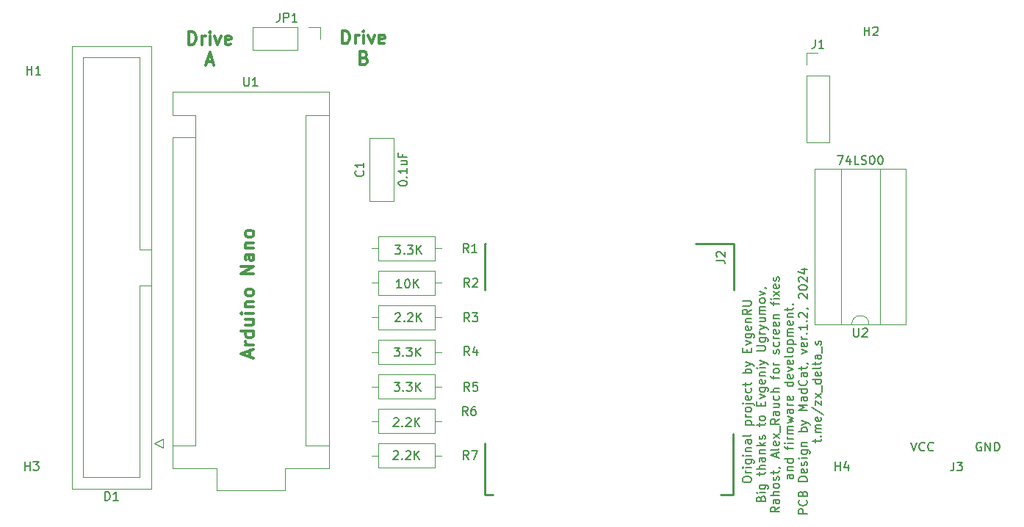
<source format=gbr>
%TF.GenerationSoftware,KiCad,Pcbnew,7.0.11*%
%TF.CreationDate,2024-05-28T23:21:32+03:00*%
%TF.ProjectId,delta_flop_arduino,64656c74-615f-4666-9c6f-705f61726475,rev?*%
%TF.SameCoordinates,Original*%
%TF.FileFunction,Legend,Top*%
%TF.FilePolarity,Positive*%
%FSLAX46Y46*%
G04 Gerber Fmt 4.6, Leading zero omitted, Abs format (unit mm)*
G04 Created by KiCad (PCBNEW 7.0.11) date 2024-05-28 23:21:32*
%MOMM*%
%LPD*%
G01*
G04 APERTURE LIST*
%ADD10C,0.300000*%
%ADD11C,0.150000*%
%ADD12C,0.200000*%
%ADD13C,0.254000*%
%ADD14C,0.120000*%
G04 APERTURE END LIST*
D10*
X130949757Y-141785714D02*
X130949757Y-141071429D01*
X131378328Y-141928571D02*
X129878328Y-141428571D01*
X129878328Y-141428571D02*
X131378328Y-140928571D01*
X131378328Y-140428572D02*
X130378328Y-140428572D01*
X130664042Y-140428572D02*
X130521185Y-140357143D01*
X130521185Y-140357143D02*
X130449757Y-140285715D01*
X130449757Y-140285715D02*
X130378328Y-140142857D01*
X130378328Y-140142857D02*
X130378328Y-140000000D01*
X131378328Y-138857144D02*
X129878328Y-138857144D01*
X131306900Y-138857144D02*
X131378328Y-139000001D01*
X131378328Y-139000001D02*
X131378328Y-139285715D01*
X131378328Y-139285715D02*
X131306900Y-139428572D01*
X131306900Y-139428572D02*
X131235471Y-139500001D01*
X131235471Y-139500001D02*
X131092614Y-139571429D01*
X131092614Y-139571429D02*
X130664042Y-139571429D01*
X130664042Y-139571429D02*
X130521185Y-139500001D01*
X130521185Y-139500001D02*
X130449757Y-139428572D01*
X130449757Y-139428572D02*
X130378328Y-139285715D01*
X130378328Y-139285715D02*
X130378328Y-139000001D01*
X130378328Y-139000001D02*
X130449757Y-138857144D01*
X130378328Y-137500001D02*
X131378328Y-137500001D01*
X130378328Y-138142858D02*
X131164042Y-138142858D01*
X131164042Y-138142858D02*
X131306900Y-138071429D01*
X131306900Y-138071429D02*
X131378328Y-137928572D01*
X131378328Y-137928572D02*
X131378328Y-137714286D01*
X131378328Y-137714286D02*
X131306900Y-137571429D01*
X131306900Y-137571429D02*
X131235471Y-137500001D01*
X131378328Y-136785715D02*
X130378328Y-136785715D01*
X129878328Y-136785715D02*
X129949757Y-136857143D01*
X129949757Y-136857143D02*
X130021185Y-136785715D01*
X130021185Y-136785715D02*
X129949757Y-136714286D01*
X129949757Y-136714286D02*
X129878328Y-136785715D01*
X129878328Y-136785715D02*
X130021185Y-136785715D01*
X130378328Y-136071429D02*
X131378328Y-136071429D01*
X130521185Y-136071429D02*
X130449757Y-136000000D01*
X130449757Y-136000000D02*
X130378328Y-135857143D01*
X130378328Y-135857143D02*
X130378328Y-135642857D01*
X130378328Y-135642857D02*
X130449757Y-135500000D01*
X130449757Y-135500000D02*
X130592614Y-135428572D01*
X130592614Y-135428572D02*
X131378328Y-135428572D01*
X131378328Y-134500000D02*
X131306900Y-134642857D01*
X131306900Y-134642857D02*
X131235471Y-134714286D01*
X131235471Y-134714286D02*
X131092614Y-134785714D01*
X131092614Y-134785714D02*
X130664042Y-134785714D01*
X130664042Y-134785714D02*
X130521185Y-134714286D01*
X130521185Y-134714286D02*
X130449757Y-134642857D01*
X130449757Y-134642857D02*
X130378328Y-134500000D01*
X130378328Y-134500000D02*
X130378328Y-134285714D01*
X130378328Y-134285714D02*
X130449757Y-134142857D01*
X130449757Y-134142857D02*
X130521185Y-134071429D01*
X130521185Y-134071429D02*
X130664042Y-134000000D01*
X130664042Y-134000000D02*
X131092614Y-134000000D01*
X131092614Y-134000000D02*
X131235471Y-134071429D01*
X131235471Y-134071429D02*
X131306900Y-134142857D01*
X131306900Y-134142857D02*
X131378328Y-134285714D01*
X131378328Y-134285714D02*
X131378328Y-134500000D01*
X131378328Y-132214286D02*
X129878328Y-132214286D01*
X129878328Y-132214286D02*
X131378328Y-131357143D01*
X131378328Y-131357143D02*
X129878328Y-131357143D01*
X131378328Y-130000000D02*
X130592614Y-130000000D01*
X130592614Y-130000000D02*
X130449757Y-130071428D01*
X130449757Y-130071428D02*
X130378328Y-130214285D01*
X130378328Y-130214285D02*
X130378328Y-130500000D01*
X130378328Y-130500000D02*
X130449757Y-130642857D01*
X131306900Y-130000000D02*
X131378328Y-130142857D01*
X131378328Y-130142857D02*
X131378328Y-130500000D01*
X131378328Y-130500000D02*
X131306900Y-130642857D01*
X131306900Y-130642857D02*
X131164042Y-130714285D01*
X131164042Y-130714285D02*
X131021185Y-130714285D01*
X131021185Y-130714285D02*
X130878328Y-130642857D01*
X130878328Y-130642857D02*
X130806900Y-130500000D01*
X130806900Y-130500000D02*
X130806900Y-130142857D01*
X130806900Y-130142857D02*
X130735471Y-130000000D01*
X130378328Y-129285714D02*
X131378328Y-129285714D01*
X130521185Y-129285714D02*
X130449757Y-129214285D01*
X130449757Y-129214285D02*
X130378328Y-129071428D01*
X130378328Y-129071428D02*
X130378328Y-128857142D01*
X130378328Y-128857142D02*
X130449757Y-128714285D01*
X130449757Y-128714285D02*
X130592614Y-128642857D01*
X130592614Y-128642857D02*
X131378328Y-128642857D01*
X131378328Y-127714285D02*
X131306900Y-127857142D01*
X131306900Y-127857142D02*
X131235471Y-127928571D01*
X131235471Y-127928571D02*
X131092614Y-127999999D01*
X131092614Y-127999999D02*
X130664042Y-127999999D01*
X130664042Y-127999999D02*
X130521185Y-127928571D01*
X130521185Y-127928571D02*
X130449757Y-127857142D01*
X130449757Y-127857142D02*
X130378328Y-127714285D01*
X130378328Y-127714285D02*
X130378328Y-127499999D01*
X130378328Y-127499999D02*
X130449757Y-127357142D01*
X130449757Y-127357142D02*
X130521185Y-127285714D01*
X130521185Y-127285714D02*
X130664042Y-127214285D01*
X130664042Y-127214285D02*
X131092614Y-127214285D01*
X131092614Y-127214285D02*
X131235471Y-127285714D01*
X131235471Y-127285714D02*
X131306900Y-127357142D01*
X131306900Y-127357142D02*
X131378328Y-127499999D01*
X131378328Y-127499999D02*
X131378328Y-127714285D01*
X141571428Y-105685828D02*
X141571428Y-104185828D01*
X141571428Y-104185828D02*
X141928571Y-104185828D01*
X141928571Y-104185828D02*
X142142857Y-104257257D01*
X142142857Y-104257257D02*
X142285714Y-104400114D01*
X142285714Y-104400114D02*
X142357143Y-104542971D01*
X142357143Y-104542971D02*
X142428571Y-104828685D01*
X142428571Y-104828685D02*
X142428571Y-105042971D01*
X142428571Y-105042971D02*
X142357143Y-105328685D01*
X142357143Y-105328685D02*
X142285714Y-105471542D01*
X142285714Y-105471542D02*
X142142857Y-105614400D01*
X142142857Y-105614400D02*
X141928571Y-105685828D01*
X141928571Y-105685828D02*
X141571428Y-105685828D01*
X143071428Y-105685828D02*
X143071428Y-104685828D01*
X143071428Y-104971542D02*
X143142857Y-104828685D01*
X143142857Y-104828685D02*
X143214286Y-104757257D01*
X143214286Y-104757257D02*
X143357143Y-104685828D01*
X143357143Y-104685828D02*
X143500000Y-104685828D01*
X143999999Y-105685828D02*
X143999999Y-104685828D01*
X143999999Y-104185828D02*
X143928571Y-104257257D01*
X143928571Y-104257257D02*
X143999999Y-104328685D01*
X143999999Y-104328685D02*
X144071428Y-104257257D01*
X144071428Y-104257257D02*
X143999999Y-104185828D01*
X143999999Y-104185828D02*
X143999999Y-104328685D01*
X144571428Y-104685828D02*
X144928571Y-105685828D01*
X144928571Y-105685828D02*
X145285714Y-104685828D01*
X146428571Y-105614400D02*
X146285714Y-105685828D01*
X146285714Y-105685828D02*
X146000000Y-105685828D01*
X146000000Y-105685828D02*
X145857142Y-105614400D01*
X145857142Y-105614400D02*
X145785714Y-105471542D01*
X145785714Y-105471542D02*
X145785714Y-104900114D01*
X145785714Y-104900114D02*
X145857142Y-104757257D01*
X145857142Y-104757257D02*
X146000000Y-104685828D01*
X146000000Y-104685828D02*
X146285714Y-104685828D01*
X146285714Y-104685828D02*
X146428571Y-104757257D01*
X146428571Y-104757257D02*
X146500000Y-104900114D01*
X146500000Y-104900114D02*
X146500000Y-105042971D01*
X146500000Y-105042971D02*
X145785714Y-105185828D01*
X144107142Y-107315114D02*
X144321428Y-107386542D01*
X144321428Y-107386542D02*
X144392857Y-107457971D01*
X144392857Y-107457971D02*
X144464285Y-107600828D01*
X144464285Y-107600828D02*
X144464285Y-107815114D01*
X144464285Y-107815114D02*
X144392857Y-107957971D01*
X144392857Y-107957971D02*
X144321428Y-108029400D01*
X144321428Y-108029400D02*
X144178571Y-108100828D01*
X144178571Y-108100828D02*
X143607142Y-108100828D01*
X143607142Y-108100828D02*
X143607142Y-106600828D01*
X143607142Y-106600828D02*
X144107142Y-106600828D01*
X144107142Y-106600828D02*
X144250000Y-106672257D01*
X144250000Y-106672257D02*
X144321428Y-106743685D01*
X144321428Y-106743685D02*
X144392857Y-106886542D01*
X144392857Y-106886542D02*
X144392857Y-107029400D01*
X144392857Y-107029400D02*
X144321428Y-107172257D01*
X144321428Y-107172257D02*
X144250000Y-107243685D01*
X144250000Y-107243685D02*
X144107142Y-107315114D01*
X144107142Y-107315114D02*
X143607142Y-107315114D01*
D11*
X187719819Y-156061905D02*
X187719819Y-155871429D01*
X187719819Y-155871429D02*
X187767438Y-155776191D01*
X187767438Y-155776191D02*
X187862676Y-155680953D01*
X187862676Y-155680953D02*
X188053152Y-155633334D01*
X188053152Y-155633334D02*
X188386485Y-155633334D01*
X188386485Y-155633334D02*
X188576961Y-155680953D01*
X188576961Y-155680953D02*
X188672200Y-155776191D01*
X188672200Y-155776191D02*
X188719819Y-155871429D01*
X188719819Y-155871429D02*
X188719819Y-156061905D01*
X188719819Y-156061905D02*
X188672200Y-156157143D01*
X188672200Y-156157143D02*
X188576961Y-156252381D01*
X188576961Y-156252381D02*
X188386485Y-156300000D01*
X188386485Y-156300000D02*
X188053152Y-156300000D01*
X188053152Y-156300000D02*
X187862676Y-156252381D01*
X187862676Y-156252381D02*
X187767438Y-156157143D01*
X187767438Y-156157143D02*
X187719819Y-156061905D01*
X188719819Y-155204762D02*
X188053152Y-155204762D01*
X188243628Y-155204762D02*
X188148390Y-155157143D01*
X188148390Y-155157143D02*
X188100771Y-155109524D01*
X188100771Y-155109524D02*
X188053152Y-155014286D01*
X188053152Y-155014286D02*
X188053152Y-154919048D01*
X188719819Y-154585714D02*
X188053152Y-154585714D01*
X187719819Y-154585714D02*
X187767438Y-154633333D01*
X187767438Y-154633333D02*
X187815057Y-154585714D01*
X187815057Y-154585714D02*
X187767438Y-154538095D01*
X187767438Y-154538095D02*
X187719819Y-154585714D01*
X187719819Y-154585714D02*
X187815057Y-154585714D01*
X188053152Y-153680953D02*
X188862676Y-153680953D01*
X188862676Y-153680953D02*
X188957914Y-153728572D01*
X188957914Y-153728572D02*
X189005533Y-153776191D01*
X189005533Y-153776191D02*
X189053152Y-153871429D01*
X189053152Y-153871429D02*
X189053152Y-154014286D01*
X189053152Y-154014286D02*
X189005533Y-154109524D01*
X188672200Y-153680953D02*
X188719819Y-153776191D01*
X188719819Y-153776191D02*
X188719819Y-153966667D01*
X188719819Y-153966667D02*
X188672200Y-154061905D01*
X188672200Y-154061905D02*
X188624580Y-154109524D01*
X188624580Y-154109524D02*
X188529342Y-154157143D01*
X188529342Y-154157143D02*
X188243628Y-154157143D01*
X188243628Y-154157143D02*
X188148390Y-154109524D01*
X188148390Y-154109524D02*
X188100771Y-154061905D01*
X188100771Y-154061905D02*
X188053152Y-153966667D01*
X188053152Y-153966667D02*
X188053152Y-153776191D01*
X188053152Y-153776191D02*
X188100771Y-153680953D01*
X188719819Y-153204762D02*
X188053152Y-153204762D01*
X187719819Y-153204762D02*
X187767438Y-153252381D01*
X187767438Y-153252381D02*
X187815057Y-153204762D01*
X187815057Y-153204762D02*
X187767438Y-153157143D01*
X187767438Y-153157143D02*
X187719819Y-153204762D01*
X187719819Y-153204762D02*
X187815057Y-153204762D01*
X188053152Y-152728572D02*
X188719819Y-152728572D01*
X188148390Y-152728572D02*
X188100771Y-152680953D01*
X188100771Y-152680953D02*
X188053152Y-152585715D01*
X188053152Y-152585715D02*
X188053152Y-152442858D01*
X188053152Y-152442858D02*
X188100771Y-152347620D01*
X188100771Y-152347620D02*
X188196009Y-152300001D01*
X188196009Y-152300001D02*
X188719819Y-152300001D01*
X188719819Y-151395239D02*
X188196009Y-151395239D01*
X188196009Y-151395239D02*
X188100771Y-151442858D01*
X188100771Y-151442858D02*
X188053152Y-151538096D01*
X188053152Y-151538096D02*
X188053152Y-151728572D01*
X188053152Y-151728572D02*
X188100771Y-151823810D01*
X188672200Y-151395239D02*
X188719819Y-151490477D01*
X188719819Y-151490477D02*
X188719819Y-151728572D01*
X188719819Y-151728572D02*
X188672200Y-151823810D01*
X188672200Y-151823810D02*
X188576961Y-151871429D01*
X188576961Y-151871429D02*
X188481723Y-151871429D01*
X188481723Y-151871429D02*
X188386485Y-151823810D01*
X188386485Y-151823810D02*
X188338866Y-151728572D01*
X188338866Y-151728572D02*
X188338866Y-151490477D01*
X188338866Y-151490477D02*
X188291247Y-151395239D01*
X188719819Y-150776191D02*
X188672200Y-150871429D01*
X188672200Y-150871429D02*
X188576961Y-150919048D01*
X188576961Y-150919048D02*
X187719819Y-150919048D01*
X188053152Y-149633333D02*
X189053152Y-149633333D01*
X188100771Y-149633333D02*
X188053152Y-149538095D01*
X188053152Y-149538095D02*
X188053152Y-149347619D01*
X188053152Y-149347619D02*
X188100771Y-149252381D01*
X188100771Y-149252381D02*
X188148390Y-149204762D01*
X188148390Y-149204762D02*
X188243628Y-149157143D01*
X188243628Y-149157143D02*
X188529342Y-149157143D01*
X188529342Y-149157143D02*
X188624580Y-149204762D01*
X188624580Y-149204762D02*
X188672200Y-149252381D01*
X188672200Y-149252381D02*
X188719819Y-149347619D01*
X188719819Y-149347619D02*
X188719819Y-149538095D01*
X188719819Y-149538095D02*
X188672200Y-149633333D01*
X188719819Y-148728571D02*
X188053152Y-148728571D01*
X188243628Y-148728571D02*
X188148390Y-148680952D01*
X188148390Y-148680952D02*
X188100771Y-148633333D01*
X188100771Y-148633333D02*
X188053152Y-148538095D01*
X188053152Y-148538095D02*
X188053152Y-148442857D01*
X188719819Y-147966666D02*
X188672200Y-148061904D01*
X188672200Y-148061904D02*
X188624580Y-148109523D01*
X188624580Y-148109523D02*
X188529342Y-148157142D01*
X188529342Y-148157142D02*
X188243628Y-148157142D01*
X188243628Y-148157142D02*
X188148390Y-148109523D01*
X188148390Y-148109523D02*
X188100771Y-148061904D01*
X188100771Y-148061904D02*
X188053152Y-147966666D01*
X188053152Y-147966666D02*
X188053152Y-147823809D01*
X188053152Y-147823809D02*
X188100771Y-147728571D01*
X188100771Y-147728571D02*
X188148390Y-147680952D01*
X188148390Y-147680952D02*
X188243628Y-147633333D01*
X188243628Y-147633333D02*
X188529342Y-147633333D01*
X188529342Y-147633333D02*
X188624580Y-147680952D01*
X188624580Y-147680952D02*
X188672200Y-147728571D01*
X188672200Y-147728571D02*
X188719819Y-147823809D01*
X188719819Y-147823809D02*
X188719819Y-147966666D01*
X188053152Y-147204761D02*
X188910295Y-147204761D01*
X188910295Y-147204761D02*
X189005533Y-147252380D01*
X189005533Y-147252380D02*
X189053152Y-147347618D01*
X189053152Y-147347618D02*
X189053152Y-147395237D01*
X187719819Y-147204761D02*
X187767438Y-147252380D01*
X187767438Y-147252380D02*
X187815057Y-147204761D01*
X187815057Y-147204761D02*
X187767438Y-147157142D01*
X187767438Y-147157142D02*
X187719819Y-147204761D01*
X187719819Y-147204761D02*
X187815057Y-147204761D01*
X188672200Y-146347619D02*
X188719819Y-146442857D01*
X188719819Y-146442857D02*
X188719819Y-146633333D01*
X188719819Y-146633333D02*
X188672200Y-146728571D01*
X188672200Y-146728571D02*
X188576961Y-146776190D01*
X188576961Y-146776190D02*
X188196009Y-146776190D01*
X188196009Y-146776190D02*
X188100771Y-146728571D01*
X188100771Y-146728571D02*
X188053152Y-146633333D01*
X188053152Y-146633333D02*
X188053152Y-146442857D01*
X188053152Y-146442857D02*
X188100771Y-146347619D01*
X188100771Y-146347619D02*
X188196009Y-146300000D01*
X188196009Y-146300000D02*
X188291247Y-146300000D01*
X188291247Y-146300000D02*
X188386485Y-146776190D01*
X188672200Y-145442857D02*
X188719819Y-145538095D01*
X188719819Y-145538095D02*
X188719819Y-145728571D01*
X188719819Y-145728571D02*
X188672200Y-145823809D01*
X188672200Y-145823809D02*
X188624580Y-145871428D01*
X188624580Y-145871428D02*
X188529342Y-145919047D01*
X188529342Y-145919047D02*
X188243628Y-145919047D01*
X188243628Y-145919047D02*
X188148390Y-145871428D01*
X188148390Y-145871428D02*
X188100771Y-145823809D01*
X188100771Y-145823809D02*
X188053152Y-145728571D01*
X188053152Y-145728571D02*
X188053152Y-145538095D01*
X188053152Y-145538095D02*
X188100771Y-145442857D01*
X188053152Y-145157142D02*
X188053152Y-144776190D01*
X187719819Y-145014285D02*
X188576961Y-145014285D01*
X188576961Y-145014285D02*
X188672200Y-144966666D01*
X188672200Y-144966666D02*
X188719819Y-144871428D01*
X188719819Y-144871428D02*
X188719819Y-144776190D01*
X188719819Y-143680951D02*
X187719819Y-143680951D01*
X188100771Y-143680951D02*
X188053152Y-143585713D01*
X188053152Y-143585713D02*
X188053152Y-143395237D01*
X188053152Y-143395237D02*
X188100771Y-143299999D01*
X188100771Y-143299999D02*
X188148390Y-143252380D01*
X188148390Y-143252380D02*
X188243628Y-143204761D01*
X188243628Y-143204761D02*
X188529342Y-143204761D01*
X188529342Y-143204761D02*
X188624580Y-143252380D01*
X188624580Y-143252380D02*
X188672200Y-143299999D01*
X188672200Y-143299999D02*
X188719819Y-143395237D01*
X188719819Y-143395237D02*
X188719819Y-143585713D01*
X188719819Y-143585713D02*
X188672200Y-143680951D01*
X188053152Y-142871427D02*
X188719819Y-142633332D01*
X188053152Y-142395237D02*
X188719819Y-142633332D01*
X188719819Y-142633332D02*
X188957914Y-142728570D01*
X188957914Y-142728570D02*
X189005533Y-142776189D01*
X189005533Y-142776189D02*
X189053152Y-142871427D01*
X188196009Y-141252379D02*
X188196009Y-140919046D01*
X188719819Y-140776189D02*
X188719819Y-141252379D01*
X188719819Y-141252379D02*
X187719819Y-141252379D01*
X187719819Y-141252379D02*
X187719819Y-140776189D01*
X188053152Y-140442855D02*
X188719819Y-140204760D01*
X188719819Y-140204760D02*
X188053152Y-139966665D01*
X188053152Y-139157141D02*
X188862676Y-139157141D01*
X188862676Y-139157141D02*
X188957914Y-139204760D01*
X188957914Y-139204760D02*
X189005533Y-139252379D01*
X189005533Y-139252379D02*
X189053152Y-139347617D01*
X189053152Y-139347617D02*
X189053152Y-139490474D01*
X189053152Y-139490474D02*
X189005533Y-139585712D01*
X188672200Y-139157141D02*
X188719819Y-139252379D01*
X188719819Y-139252379D02*
X188719819Y-139442855D01*
X188719819Y-139442855D02*
X188672200Y-139538093D01*
X188672200Y-139538093D02*
X188624580Y-139585712D01*
X188624580Y-139585712D02*
X188529342Y-139633331D01*
X188529342Y-139633331D02*
X188243628Y-139633331D01*
X188243628Y-139633331D02*
X188148390Y-139585712D01*
X188148390Y-139585712D02*
X188100771Y-139538093D01*
X188100771Y-139538093D02*
X188053152Y-139442855D01*
X188053152Y-139442855D02*
X188053152Y-139252379D01*
X188053152Y-139252379D02*
X188100771Y-139157141D01*
X188672200Y-138299998D02*
X188719819Y-138395236D01*
X188719819Y-138395236D02*
X188719819Y-138585712D01*
X188719819Y-138585712D02*
X188672200Y-138680950D01*
X188672200Y-138680950D02*
X188576961Y-138728569D01*
X188576961Y-138728569D02*
X188196009Y-138728569D01*
X188196009Y-138728569D02*
X188100771Y-138680950D01*
X188100771Y-138680950D02*
X188053152Y-138585712D01*
X188053152Y-138585712D02*
X188053152Y-138395236D01*
X188053152Y-138395236D02*
X188100771Y-138299998D01*
X188100771Y-138299998D02*
X188196009Y-138252379D01*
X188196009Y-138252379D02*
X188291247Y-138252379D01*
X188291247Y-138252379D02*
X188386485Y-138728569D01*
X188053152Y-137823807D02*
X188719819Y-137823807D01*
X188148390Y-137823807D02*
X188100771Y-137776188D01*
X188100771Y-137776188D02*
X188053152Y-137680950D01*
X188053152Y-137680950D02*
X188053152Y-137538093D01*
X188053152Y-137538093D02*
X188100771Y-137442855D01*
X188100771Y-137442855D02*
X188196009Y-137395236D01*
X188196009Y-137395236D02*
X188719819Y-137395236D01*
X188719819Y-136347617D02*
X188243628Y-136680950D01*
X188719819Y-136919045D02*
X187719819Y-136919045D01*
X187719819Y-136919045D02*
X187719819Y-136538093D01*
X187719819Y-136538093D02*
X187767438Y-136442855D01*
X187767438Y-136442855D02*
X187815057Y-136395236D01*
X187815057Y-136395236D02*
X187910295Y-136347617D01*
X187910295Y-136347617D02*
X188053152Y-136347617D01*
X188053152Y-136347617D02*
X188148390Y-136395236D01*
X188148390Y-136395236D02*
X188196009Y-136442855D01*
X188196009Y-136442855D02*
X188243628Y-136538093D01*
X188243628Y-136538093D02*
X188243628Y-136919045D01*
X187719819Y-135919045D02*
X188529342Y-135919045D01*
X188529342Y-135919045D02*
X188624580Y-135871426D01*
X188624580Y-135871426D02*
X188672200Y-135823807D01*
X188672200Y-135823807D02*
X188719819Y-135728569D01*
X188719819Y-135728569D02*
X188719819Y-135538093D01*
X188719819Y-135538093D02*
X188672200Y-135442855D01*
X188672200Y-135442855D02*
X188624580Y-135395236D01*
X188624580Y-135395236D02*
X188529342Y-135347617D01*
X188529342Y-135347617D02*
X187719819Y-135347617D01*
X189806009Y-158157144D02*
X189853628Y-158014287D01*
X189853628Y-158014287D02*
X189901247Y-157966668D01*
X189901247Y-157966668D02*
X189996485Y-157919049D01*
X189996485Y-157919049D02*
X190139342Y-157919049D01*
X190139342Y-157919049D02*
X190234580Y-157966668D01*
X190234580Y-157966668D02*
X190282200Y-158014287D01*
X190282200Y-158014287D02*
X190329819Y-158109525D01*
X190329819Y-158109525D02*
X190329819Y-158490477D01*
X190329819Y-158490477D02*
X189329819Y-158490477D01*
X189329819Y-158490477D02*
X189329819Y-158157144D01*
X189329819Y-158157144D02*
X189377438Y-158061906D01*
X189377438Y-158061906D02*
X189425057Y-158014287D01*
X189425057Y-158014287D02*
X189520295Y-157966668D01*
X189520295Y-157966668D02*
X189615533Y-157966668D01*
X189615533Y-157966668D02*
X189710771Y-158014287D01*
X189710771Y-158014287D02*
X189758390Y-158061906D01*
X189758390Y-158061906D02*
X189806009Y-158157144D01*
X189806009Y-158157144D02*
X189806009Y-158490477D01*
X190329819Y-157490477D02*
X189663152Y-157490477D01*
X189329819Y-157490477D02*
X189377438Y-157538096D01*
X189377438Y-157538096D02*
X189425057Y-157490477D01*
X189425057Y-157490477D02*
X189377438Y-157442858D01*
X189377438Y-157442858D02*
X189329819Y-157490477D01*
X189329819Y-157490477D02*
X189425057Y-157490477D01*
X189663152Y-156585716D02*
X190472676Y-156585716D01*
X190472676Y-156585716D02*
X190567914Y-156633335D01*
X190567914Y-156633335D02*
X190615533Y-156680954D01*
X190615533Y-156680954D02*
X190663152Y-156776192D01*
X190663152Y-156776192D02*
X190663152Y-156919049D01*
X190663152Y-156919049D02*
X190615533Y-157014287D01*
X190282200Y-156585716D02*
X190329819Y-156680954D01*
X190329819Y-156680954D02*
X190329819Y-156871430D01*
X190329819Y-156871430D02*
X190282200Y-156966668D01*
X190282200Y-156966668D02*
X190234580Y-157014287D01*
X190234580Y-157014287D02*
X190139342Y-157061906D01*
X190139342Y-157061906D02*
X189853628Y-157061906D01*
X189853628Y-157061906D02*
X189758390Y-157014287D01*
X189758390Y-157014287D02*
X189710771Y-156966668D01*
X189710771Y-156966668D02*
X189663152Y-156871430D01*
X189663152Y-156871430D02*
X189663152Y-156680954D01*
X189663152Y-156680954D02*
X189710771Y-156585716D01*
X189663152Y-155490477D02*
X189663152Y-155109525D01*
X189329819Y-155347620D02*
X190186961Y-155347620D01*
X190186961Y-155347620D02*
X190282200Y-155300001D01*
X190282200Y-155300001D02*
X190329819Y-155204763D01*
X190329819Y-155204763D02*
X190329819Y-155109525D01*
X190329819Y-154776191D02*
X189329819Y-154776191D01*
X190329819Y-154347620D02*
X189806009Y-154347620D01*
X189806009Y-154347620D02*
X189710771Y-154395239D01*
X189710771Y-154395239D02*
X189663152Y-154490477D01*
X189663152Y-154490477D02*
X189663152Y-154633334D01*
X189663152Y-154633334D02*
X189710771Y-154728572D01*
X189710771Y-154728572D02*
X189758390Y-154776191D01*
X190329819Y-153442858D02*
X189806009Y-153442858D01*
X189806009Y-153442858D02*
X189710771Y-153490477D01*
X189710771Y-153490477D02*
X189663152Y-153585715D01*
X189663152Y-153585715D02*
X189663152Y-153776191D01*
X189663152Y-153776191D02*
X189710771Y-153871429D01*
X190282200Y-153442858D02*
X190329819Y-153538096D01*
X190329819Y-153538096D02*
X190329819Y-153776191D01*
X190329819Y-153776191D02*
X190282200Y-153871429D01*
X190282200Y-153871429D02*
X190186961Y-153919048D01*
X190186961Y-153919048D02*
X190091723Y-153919048D01*
X190091723Y-153919048D02*
X189996485Y-153871429D01*
X189996485Y-153871429D02*
X189948866Y-153776191D01*
X189948866Y-153776191D02*
X189948866Y-153538096D01*
X189948866Y-153538096D02*
X189901247Y-153442858D01*
X189663152Y-152966667D02*
X190329819Y-152966667D01*
X189758390Y-152966667D02*
X189710771Y-152919048D01*
X189710771Y-152919048D02*
X189663152Y-152823810D01*
X189663152Y-152823810D02*
X189663152Y-152680953D01*
X189663152Y-152680953D02*
X189710771Y-152585715D01*
X189710771Y-152585715D02*
X189806009Y-152538096D01*
X189806009Y-152538096D02*
X190329819Y-152538096D01*
X190329819Y-152061905D02*
X189329819Y-152061905D01*
X189948866Y-151966667D02*
X190329819Y-151680953D01*
X189663152Y-151680953D02*
X190044104Y-152061905D01*
X190282200Y-151300000D02*
X190329819Y-151204762D01*
X190329819Y-151204762D02*
X190329819Y-151014286D01*
X190329819Y-151014286D02*
X190282200Y-150919048D01*
X190282200Y-150919048D02*
X190186961Y-150871429D01*
X190186961Y-150871429D02*
X190139342Y-150871429D01*
X190139342Y-150871429D02*
X190044104Y-150919048D01*
X190044104Y-150919048D02*
X189996485Y-151014286D01*
X189996485Y-151014286D02*
X189996485Y-151157143D01*
X189996485Y-151157143D02*
X189948866Y-151252381D01*
X189948866Y-151252381D02*
X189853628Y-151300000D01*
X189853628Y-151300000D02*
X189806009Y-151300000D01*
X189806009Y-151300000D02*
X189710771Y-151252381D01*
X189710771Y-151252381D02*
X189663152Y-151157143D01*
X189663152Y-151157143D02*
X189663152Y-151014286D01*
X189663152Y-151014286D02*
X189710771Y-150919048D01*
X189663152Y-149823809D02*
X189663152Y-149442857D01*
X189329819Y-149680952D02*
X190186961Y-149680952D01*
X190186961Y-149680952D02*
X190282200Y-149633333D01*
X190282200Y-149633333D02*
X190329819Y-149538095D01*
X190329819Y-149538095D02*
X190329819Y-149442857D01*
X190329819Y-148966666D02*
X190282200Y-149061904D01*
X190282200Y-149061904D02*
X190234580Y-149109523D01*
X190234580Y-149109523D02*
X190139342Y-149157142D01*
X190139342Y-149157142D02*
X189853628Y-149157142D01*
X189853628Y-149157142D02*
X189758390Y-149109523D01*
X189758390Y-149109523D02*
X189710771Y-149061904D01*
X189710771Y-149061904D02*
X189663152Y-148966666D01*
X189663152Y-148966666D02*
X189663152Y-148823809D01*
X189663152Y-148823809D02*
X189710771Y-148728571D01*
X189710771Y-148728571D02*
X189758390Y-148680952D01*
X189758390Y-148680952D02*
X189853628Y-148633333D01*
X189853628Y-148633333D02*
X190139342Y-148633333D01*
X190139342Y-148633333D02*
X190234580Y-148680952D01*
X190234580Y-148680952D02*
X190282200Y-148728571D01*
X190282200Y-148728571D02*
X190329819Y-148823809D01*
X190329819Y-148823809D02*
X190329819Y-148966666D01*
X189806009Y-147442856D02*
X189806009Y-147109523D01*
X190329819Y-146966666D02*
X190329819Y-147442856D01*
X190329819Y-147442856D02*
X189329819Y-147442856D01*
X189329819Y-147442856D02*
X189329819Y-146966666D01*
X189663152Y-146633332D02*
X190329819Y-146395237D01*
X190329819Y-146395237D02*
X189663152Y-146157142D01*
X189663152Y-145347618D02*
X190472676Y-145347618D01*
X190472676Y-145347618D02*
X190567914Y-145395237D01*
X190567914Y-145395237D02*
X190615533Y-145442856D01*
X190615533Y-145442856D02*
X190663152Y-145538094D01*
X190663152Y-145538094D02*
X190663152Y-145680951D01*
X190663152Y-145680951D02*
X190615533Y-145776189D01*
X190282200Y-145347618D02*
X190329819Y-145442856D01*
X190329819Y-145442856D02*
X190329819Y-145633332D01*
X190329819Y-145633332D02*
X190282200Y-145728570D01*
X190282200Y-145728570D02*
X190234580Y-145776189D01*
X190234580Y-145776189D02*
X190139342Y-145823808D01*
X190139342Y-145823808D02*
X189853628Y-145823808D01*
X189853628Y-145823808D02*
X189758390Y-145776189D01*
X189758390Y-145776189D02*
X189710771Y-145728570D01*
X189710771Y-145728570D02*
X189663152Y-145633332D01*
X189663152Y-145633332D02*
X189663152Y-145442856D01*
X189663152Y-145442856D02*
X189710771Y-145347618D01*
X190282200Y-144490475D02*
X190329819Y-144585713D01*
X190329819Y-144585713D02*
X190329819Y-144776189D01*
X190329819Y-144776189D02*
X190282200Y-144871427D01*
X190282200Y-144871427D02*
X190186961Y-144919046D01*
X190186961Y-144919046D02*
X189806009Y-144919046D01*
X189806009Y-144919046D02*
X189710771Y-144871427D01*
X189710771Y-144871427D02*
X189663152Y-144776189D01*
X189663152Y-144776189D02*
X189663152Y-144585713D01*
X189663152Y-144585713D02*
X189710771Y-144490475D01*
X189710771Y-144490475D02*
X189806009Y-144442856D01*
X189806009Y-144442856D02*
X189901247Y-144442856D01*
X189901247Y-144442856D02*
X189996485Y-144919046D01*
X189663152Y-144014284D02*
X190329819Y-144014284D01*
X189758390Y-144014284D02*
X189710771Y-143966665D01*
X189710771Y-143966665D02*
X189663152Y-143871427D01*
X189663152Y-143871427D02*
X189663152Y-143728570D01*
X189663152Y-143728570D02*
X189710771Y-143633332D01*
X189710771Y-143633332D02*
X189806009Y-143585713D01*
X189806009Y-143585713D02*
X190329819Y-143585713D01*
X190329819Y-143109522D02*
X189663152Y-143109522D01*
X189329819Y-143109522D02*
X189377438Y-143157141D01*
X189377438Y-143157141D02*
X189425057Y-143109522D01*
X189425057Y-143109522D02*
X189377438Y-143061903D01*
X189377438Y-143061903D02*
X189329819Y-143109522D01*
X189329819Y-143109522D02*
X189425057Y-143109522D01*
X189663152Y-142728570D02*
X190329819Y-142490475D01*
X189663152Y-142252380D02*
X190329819Y-142490475D01*
X190329819Y-142490475D02*
X190567914Y-142585713D01*
X190567914Y-142585713D02*
X190615533Y-142633332D01*
X190615533Y-142633332D02*
X190663152Y-142728570D01*
X189329819Y-141109522D02*
X190139342Y-141109522D01*
X190139342Y-141109522D02*
X190234580Y-141061903D01*
X190234580Y-141061903D02*
X190282200Y-141014284D01*
X190282200Y-141014284D02*
X190329819Y-140919046D01*
X190329819Y-140919046D02*
X190329819Y-140728570D01*
X190329819Y-140728570D02*
X190282200Y-140633332D01*
X190282200Y-140633332D02*
X190234580Y-140585713D01*
X190234580Y-140585713D02*
X190139342Y-140538094D01*
X190139342Y-140538094D02*
X189329819Y-140538094D01*
X189663152Y-139633332D02*
X190472676Y-139633332D01*
X190472676Y-139633332D02*
X190567914Y-139680951D01*
X190567914Y-139680951D02*
X190615533Y-139728570D01*
X190615533Y-139728570D02*
X190663152Y-139823808D01*
X190663152Y-139823808D02*
X190663152Y-139966665D01*
X190663152Y-139966665D02*
X190615533Y-140061903D01*
X190282200Y-139633332D02*
X190329819Y-139728570D01*
X190329819Y-139728570D02*
X190329819Y-139919046D01*
X190329819Y-139919046D02*
X190282200Y-140014284D01*
X190282200Y-140014284D02*
X190234580Y-140061903D01*
X190234580Y-140061903D02*
X190139342Y-140109522D01*
X190139342Y-140109522D02*
X189853628Y-140109522D01*
X189853628Y-140109522D02*
X189758390Y-140061903D01*
X189758390Y-140061903D02*
X189710771Y-140014284D01*
X189710771Y-140014284D02*
X189663152Y-139919046D01*
X189663152Y-139919046D02*
X189663152Y-139728570D01*
X189663152Y-139728570D02*
X189710771Y-139633332D01*
X190329819Y-139157141D02*
X189663152Y-139157141D01*
X189853628Y-139157141D02*
X189758390Y-139109522D01*
X189758390Y-139109522D02*
X189710771Y-139061903D01*
X189710771Y-139061903D02*
X189663152Y-138966665D01*
X189663152Y-138966665D02*
X189663152Y-138871427D01*
X189663152Y-138633331D02*
X190329819Y-138395236D01*
X189663152Y-138157141D02*
X190329819Y-138395236D01*
X190329819Y-138395236D02*
X190567914Y-138490474D01*
X190567914Y-138490474D02*
X190615533Y-138538093D01*
X190615533Y-138538093D02*
X190663152Y-138633331D01*
X189663152Y-137347617D02*
X190329819Y-137347617D01*
X189663152Y-137776188D02*
X190186961Y-137776188D01*
X190186961Y-137776188D02*
X190282200Y-137728569D01*
X190282200Y-137728569D02*
X190329819Y-137633331D01*
X190329819Y-137633331D02*
X190329819Y-137490474D01*
X190329819Y-137490474D02*
X190282200Y-137395236D01*
X190282200Y-137395236D02*
X190234580Y-137347617D01*
X190329819Y-136871426D02*
X189663152Y-136871426D01*
X189758390Y-136871426D02*
X189710771Y-136823807D01*
X189710771Y-136823807D02*
X189663152Y-136728569D01*
X189663152Y-136728569D02*
X189663152Y-136585712D01*
X189663152Y-136585712D02*
X189710771Y-136490474D01*
X189710771Y-136490474D02*
X189806009Y-136442855D01*
X189806009Y-136442855D02*
X190329819Y-136442855D01*
X189806009Y-136442855D02*
X189710771Y-136395236D01*
X189710771Y-136395236D02*
X189663152Y-136299998D01*
X189663152Y-136299998D02*
X189663152Y-136157141D01*
X189663152Y-136157141D02*
X189710771Y-136061902D01*
X189710771Y-136061902D02*
X189806009Y-136014283D01*
X189806009Y-136014283D02*
X190329819Y-136014283D01*
X190329819Y-135395236D02*
X190282200Y-135490474D01*
X190282200Y-135490474D02*
X190234580Y-135538093D01*
X190234580Y-135538093D02*
X190139342Y-135585712D01*
X190139342Y-135585712D02*
X189853628Y-135585712D01*
X189853628Y-135585712D02*
X189758390Y-135538093D01*
X189758390Y-135538093D02*
X189710771Y-135490474D01*
X189710771Y-135490474D02*
X189663152Y-135395236D01*
X189663152Y-135395236D02*
X189663152Y-135252379D01*
X189663152Y-135252379D02*
X189710771Y-135157141D01*
X189710771Y-135157141D02*
X189758390Y-135109522D01*
X189758390Y-135109522D02*
X189853628Y-135061903D01*
X189853628Y-135061903D02*
X190139342Y-135061903D01*
X190139342Y-135061903D02*
X190234580Y-135109522D01*
X190234580Y-135109522D02*
X190282200Y-135157141D01*
X190282200Y-135157141D02*
X190329819Y-135252379D01*
X190329819Y-135252379D02*
X190329819Y-135395236D01*
X189663152Y-134728569D02*
X190329819Y-134490474D01*
X190329819Y-134490474D02*
X189663152Y-134252379D01*
X190282200Y-133823807D02*
X190329819Y-133823807D01*
X190329819Y-133823807D02*
X190425057Y-133871426D01*
X190425057Y-133871426D02*
X190472676Y-133919045D01*
X191939819Y-159133336D02*
X191463628Y-159466669D01*
X191939819Y-159704764D02*
X190939819Y-159704764D01*
X190939819Y-159704764D02*
X190939819Y-159323812D01*
X190939819Y-159323812D02*
X190987438Y-159228574D01*
X190987438Y-159228574D02*
X191035057Y-159180955D01*
X191035057Y-159180955D02*
X191130295Y-159133336D01*
X191130295Y-159133336D02*
X191273152Y-159133336D01*
X191273152Y-159133336D02*
X191368390Y-159180955D01*
X191368390Y-159180955D02*
X191416009Y-159228574D01*
X191416009Y-159228574D02*
X191463628Y-159323812D01*
X191463628Y-159323812D02*
X191463628Y-159704764D01*
X191939819Y-158276193D02*
X191416009Y-158276193D01*
X191416009Y-158276193D02*
X191320771Y-158323812D01*
X191320771Y-158323812D02*
X191273152Y-158419050D01*
X191273152Y-158419050D02*
X191273152Y-158609526D01*
X191273152Y-158609526D02*
X191320771Y-158704764D01*
X191892200Y-158276193D02*
X191939819Y-158371431D01*
X191939819Y-158371431D02*
X191939819Y-158609526D01*
X191939819Y-158609526D02*
X191892200Y-158704764D01*
X191892200Y-158704764D02*
X191796961Y-158752383D01*
X191796961Y-158752383D02*
X191701723Y-158752383D01*
X191701723Y-158752383D02*
X191606485Y-158704764D01*
X191606485Y-158704764D02*
X191558866Y-158609526D01*
X191558866Y-158609526D02*
X191558866Y-158371431D01*
X191558866Y-158371431D02*
X191511247Y-158276193D01*
X191939819Y-157800002D02*
X190939819Y-157800002D01*
X191939819Y-157371431D02*
X191416009Y-157371431D01*
X191416009Y-157371431D02*
X191320771Y-157419050D01*
X191320771Y-157419050D02*
X191273152Y-157514288D01*
X191273152Y-157514288D02*
X191273152Y-157657145D01*
X191273152Y-157657145D02*
X191320771Y-157752383D01*
X191320771Y-157752383D02*
X191368390Y-157800002D01*
X191939819Y-156752383D02*
X191892200Y-156847621D01*
X191892200Y-156847621D02*
X191844580Y-156895240D01*
X191844580Y-156895240D02*
X191749342Y-156942859D01*
X191749342Y-156942859D02*
X191463628Y-156942859D01*
X191463628Y-156942859D02*
X191368390Y-156895240D01*
X191368390Y-156895240D02*
X191320771Y-156847621D01*
X191320771Y-156847621D02*
X191273152Y-156752383D01*
X191273152Y-156752383D02*
X191273152Y-156609526D01*
X191273152Y-156609526D02*
X191320771Y-156514288D01*
X191320771Y-156514288D02*
X191368390Y-156466669D01*
X191368390Y-156466669D02*
X191463628Y-156419050D01*
X191463628Y-156419050D02*
X191749342Y-156419050D01*
X191749342Y-156419050D02*
X191844580Y-156466669D01*
X191844580Y-156466669D02*
X191892200Y-156514288D01*
X191892200Y-156514288D02*
X191939819Y-156609526D01*
X191939819Y-156609526D02*
X191939819Y-156752383D01*
X191892200Y-156038097D02*
X191939819Y-155942859D01*
X191939819Y-155942859D02*
X191939819Y-155752383D01*
X191939819Y-155752383D02*
X191892200Y-155657145D01*
X191892200Y-155657145D02*
X191796961Y-155609526D01*
X191796961Y-155609526D02*
X191749342Y-155609526D01*
X191749342Y-155609526D02*
X191654104Y-155657145D01*
X191654104Y-155657145D02*
X191606485Y-155752383D01*
X191606485Y-155752383D02*
X191606485Y-155895240D01*
X191606485Y-155895240D02*
X191558866Y-155990478D01*
X191558866Y-155990478D02*
X191463628Y-156038097D01*
X191463628Y-156038097D02*
X191416009Y-156038097D01*
X191416009Y-156038097D02*
X191320771Y-155990478D01*
X191320771Y-155990478D02*
X191273152Y-155895240D01*
X191273152Y-155895240D02*
X191273152Y-155752383D01*
X191273152Y-155752383D02*
X191320771Y-155657145D01*
X191273152Y-155323811D02*
X191273152Y-154942859D01*
X190939819Y-155180954D02*
X191796961Y-155180954D01*
X191796961Y-155180954D02*
X191892200Y-155133335D01*
X191892200Y-155133335D02*
X191939819Y-155038097D01*
X191939819Y-155038097D02*
X191939819Y-154942859D01*
X191892200Y-154561906D02*
X191939819Y-154561906D01*
X191939819Y-154561906D02*
X192035057Y-154609525D01*
X192035057Y-154609525D02*
X192082676Y-154657144D01*
X191654104Y-153419049D02*
X191654104Y-152942859D01*
X191939819Y-153514287D02*
X190939819Y-153180954D01*
X190939819Y-153180954D02*
X191939819Y-152847621D01*
X191939819Y-152371430D02*
X191892200Y-152466668D01*
X191892200Y-152466668D02*
X191796961Y-152514287D01*
X191796961Y-152514287D02*
X190939819Y-152514287D01*
X191892200Y-151609525D02*
X191939819Y-151704763D01*
X191939819Y-151704763D02*
X191939819Y-151895239D01*
X191939819Y-151895239D02*
X191892200Y-151990477D01*
X191892200Y-151990477D02*
X191796961Y-152038096D01*
X191796961Y-152038096D02*
X191416009Y-152038096D01*
X191416009Y-152038096D02*
X191320771Y-151990477D01*
X191320771Y-151990477D02*
X191273152Y-151895239D01*
X191273152Y-151895239D02*
X191273152Y-151704763D01*
X191273152Y-151704763D02*
X191320771Y-151609525D01*
X191320771Y-151609525D02*
X191416009Y-151561906D01*
X191416009Y-151561906D02*
X191511247Y-151561906D01*
X191511247Y-151561906D02*
X191606485Y-152038096D01*
X191939819Y-151228572D02*
X191273152Y-150704763D01*
X191273152Y-151228572D02*
X191939819Y-150704763D01*
X192035057Y-150561906D02*
X192035057Y-149800001D01*
X191939819Y-148990477D02*
X191463628Y-149323810D01*
X191939819Y-149561905D02*
X190939819Y-149561905D01*
X190939819Y-149561905D02*
X190939819Y-149180953D01*
X190939819Y-149180953D02*
X190987438Y-149085715D01*
X190987438Y-149085715D02*
X191035057Y-149038096D01*
X191035057Y-149038096D02*
X191130295Y-148990477D01*
X191130295Y-148990477D02*
X191273152Y-148990477D01*
X191273152Y-148990477D02*
X191368390Y-149038096D01*
X191368390Y-149038096D02*
X191416009Y-149085715D01*
X191416009Y-149085715D02*
X191463628Y-149180953D01*
X191463628Y-149180953D02*
X191463628Y-149561905D01*
X191939819Y-148133334D02*
X191416009Y-148133334D01*
X191416009Y-148133334D02*
X191320771Y-148180953D01*
X191320771Y-148180953D02*
X191273152Y-148276191D01*
X191273152Y-148276191D02*
X191273152Y-148466667D01*
X191273152Y-148466667D02*
X191320771Y-148561905D01*
X191892200Y-148133334D02*
X191939819Y-148228572D01*
X191939819Y-148228572D02*
X191939819Y-148466667D01*
X191939819Y-148466667D02*
X191892200Y-148561905D01*
X191892200Y-148561905D02*
X191796961Y-148609524D01*
X191796961Y-148609524D02*
X191701723Y-148609524D01*
X191701723Y-148609524D02*
X191606485Y-148561905D01*
X191606485Y-148561905D02*
X191558866Y-148466667D01*
X191558866Y-148466667D02*
X191558866Y-148228572D01*
X191558866Y-148228572D02*
X191511247Y-148133334D01*
X191273152Y-147228572D02*
X191939819Y-147228572D01*
X191273152Y-147657143D02*
X191796961Y-147657143D01*
X191796961Y-147657143D02*
X191892200Y-147609524D01*
X191892200Y-147609524D02*
X191939819Y-147514286D01*
X191939819Y-147514286D02*
X191939819Y-147371429D01*
X191939819Y-147371429D02*
X191892200Y-147276191D01*
X191892200Y-147276191D02*
X191844580Y-147228572D01*
X191892200Y-146323810D02*
X191939819Y-146419048D01*
X191939819Y-146419048D02*
X191939819Y-146609524D01*
X191939819Y-146609524D02*
X191892200Y-146704762D01*
X191892200Y-146704762D02*
X191844580Y-146752381D01*
X191844580Y-146752381D02*
X191749342Y-146800000D01*
X191749342Y-146800000D02*
X191463628Y-146800000D01*
X191463628Y-146800000D02*
X191368390Y-146752381D01*
X191368390Y-146752381D02*
X191320771Y-146704762D01*
X191320771Y-146704762D02*
X191273152Y-146609524D01*
X191273152Y-146609524D02*
X191273152Y-146419048D01*
X191273152Y-146419048D02*
X191320771Y-146323810D01*
X191939819Y-145895238D02*
X190939819Y-145895238D01*
X191939819Y-145466667D02*
X191416009Y-145466667D01*
X191416009Y-145466667D02*
X191320771Y-145514286D01*
X191320771Y-145514286D02*
X191273152Y-145609524D01*
X191273152Y-145609524D02*
X191273152Y-145752381D01*
X191273152Y-145752381D02*
X191320771Y-145847619D01*
X191320771Y-145847619D02*
X191368390Y-145895238D01*
X191273152Y-144371428D02*
X191273152Y-143990476D01*
X191939819Y-144228571D02*
X191082676Y-144228571D01*
X191082676Y-144228571D02*
X190987438Y-144180952D01*
X190987438Y-144180952D02*
X190939819Y-144085714D01*
X190939819Y-144085714D02*
X190939819Y-143990476D01*
X191939819Y-143514285D02*
X191892200Y-143609523D01*
X191892200Y-143609523D02*
X191844580Y-143657142D01*
X191844580Y-143657142D02*
X191749342Y-143704761D01*
X191749342Y-143704761D02*
X191463628Y-143704761D01*
X191463628Y-143704761D02*
X191368390Y-143657142D01*
X191368390Y-143657142D02*
X191320771Y-143609523D01*
X191320771Y-143609523D02*
X191273152Y-143514285D01*
X191273152Y-143514285D02*
X191273152Y-143371428D01*
X191273152Y-143371428D02*
X191320771Y-143276190D01*
X191320771Y-143276190D02*
X191368390Y-143228571D01*
X191368390Y-143228571D02*
X191463628Y-143180952D01*
X191463628Y-143180952D02*
X191749342Y-143180952D01*
X191749342Y-143180952D02*
X191844580Y-143228571D01*
X191844580Y-143228571D02*
X191892200Y-143276190D01*
X191892200Y-143276190D02*
X191939819Y-143371428D01*
X191939819Y-143371428D02*
X191939819Y-143514285D01*
X191939819Y-142752380D02*
X191273152Y-142752380D01*
X191463628Y-142752380D02*
X191368390Y-142704761D01*
X191368390Y-142704761D02*
X191320771Y-142657142D01*
X191320771Y-142657142D02*
X191273152Y-142561904D01*
X191273152Y-142561904D02*
X191273152Y-142466666D01*
X191892200Y-141419046D02*
X191939819Y-141323808D01*
X191939819Y-141323808D02*
X191939819Y-141133332D01*
X191939819Y-141133332D02*
X191892200Y-141038094D01*
X191892200Y-141038094D02*
X191796961Y-140990475D01*
X191796961Y-140990475D02*
X191749342Y-140990475D01*
X191749342Y-140990475D02*
X191654104Y-141038094D01*
X191654104Y-141038094D02*
X191606485Y-141133332D01*
X191606485Y-141133332D02*
X191606485Y-141276189D01*
X191606485Y-141276189D02*
X191558866Y-141371427D01*
X191558866Y-141371427D02*
X191463628Y-141419046D01*
X191463628Y-141419046D02*
X191416009Y-141419046D01*
X191416009Y-141419046D02*
X191320771Y-141371427D01*
X191320771Y-141371427D02*
X191273152Y-141276189D01*
X191273152Y-141276189D02*
X191273152Y-141133332D01*
X191273152Y-141133332D02*
X191320771Y-141038094D01*
X191892200Y-140133332D02*
X191939819Y-140228570D01*
X191939819Y-140228570D02*
X191939819Y-140419046D01*
X191939819Y-140419046D02*
X191892200Y-140514284D01*
X191892200Y-140514284D02*
X191844580Y-140561903D01*
X191844580Y-140561903D02*
X191749342Y-140609522D01*
X191749342Y-140609522D02*
X191463628Y-140609522D01*
X191463628Y-140609522D02*
X191368390Y-140561903D01*
X191368390Y-140561903D02*
X191320771Y-140514284D01*
X191320771Y-140514284D02*
X191273152Y-140419046D01*
X191273152Y-140419046D02*
X191273152Y-140228570D01*
X191273152Y-140228570D02*
X191320771Y-140133332D01*
X191939819Y-139704760D02*
X191273152Y-139704760D01*
X191463628Y-139704760D02*
X191368390Y-139657141D01*
X191368390Y-139657141D02*
X191320771Y-139609522D01*
X191320771Y-139609522D02*
X191273152Y-139514284D01*
X191273152Y-139514284D02*
X191273152Y-139419046D01*
X191892200Y-138704760D02*
X191939819Y-138799998D01*
X191939819Y-138799998D02*
X191939819Y-138990474D01*
X191939819Y-138990474D02*
X191892200Y-139085712D01*
X191892200Y-139085712D02*
X191796961Y-139133331D01*
X191796961Y-139133331D02*
X191416009Y-139133331D01*
X191416009Y-139133331D02*
X191320771Y-139085712D01*
X191320771Y-139085712D02*
X191273152Y-138990474D01*
X191273152Y-138990474D02*
X191273152Y-138799998D01*
X191273152Y-138799998D02*
X191320771Y-138704760D01*
X191320771Y-138704760D02*
X191416009Y-138657141D01*
X191416009Y-138657141D02*
X191511247Y-138657141D01*
X191511247Y-138657141D02*
X191606485Y-139133331D01*
X191892200Y-137847617D02*
X191939819Y-137942855D01*
X191939819Y-137942855D02*
X191939819Y-138133331D01*
X191939819Y-138133331D02*
X191892200Y-138228569D01*
X191892200Y-138228569D02*
X191796961Y-138276188D01*
X191796961Y-138276188D02*
X191416009Y-138276188D01*
X191416009Y-138276188D02*
X191320771Y-138228569D01*
X191320771Y-138228569D02*
X191273152Y-138133331D01*
X191273152Y-138133331D02*
X191273152Y-137942855D01*
X191273152Y-137942855D02*
X191320771Y-137847617D01*
X191320771Y-137847617D02*
X191416009Y-137799998D01*
X191416009Y-137799998D02*
X191511247Y-137799998D01*
X191511247Y-137799998D02*
X191606485Y-138276188D01*
X191273152Y-137371426D02*
X191939819Y-137371426D01*
X191368390Y-137371426D02*
X191320771Y-137323807D01*
X191320771Y-137323807D02*
X191273152Y-137228569D01*
X191273152Y-137228569D02*
X191273152Y-137085712D01*
X191273152Y-137085712D02*
X191320771Y-136990474D01*
X191320771Y-136990474D02*
X191416009Y-136942855D01*
X191416009Y-136942855D02*
X191939819Y-136942855D01*
X191273152Y-135847616D02*
X191273152Y-135466664D01*
X191939819Y-135704759D02*
X191082676Y-135704759D01*
X191082676Y-135704759D02*
X190987438Y-135657140D01*
X190987438Y-135657140D02*
X190939819Y-135561902D01*
X190939819Y-135561902D02*
X190939819Y-135466664D01*
X191939819Y-135133330D02*
X191273152Y-135133330D01*
X190939819Y-135133330D02*
X190987438Y-135180949D01*
X190987438Y-135180949D02*
X191035057Y-135133330D01*
X191035057Y-135133330D02*
X190987438Y-135085711D01*
X190987438Y-135085711D02*
X190939819Y-135133330D01*
X190939819Y-135133330D02*
X191035057Y-135133330D01*
X191939819Y-134752378D02*
X191273152Y-134228569D01*
X191273152Y-134752378D02*
X191939819Y-134228569D01*
X191892200Y-133466664D02*
X191939819Y-133561902D01*
X191939819Y-133561902D02*
X191939819Y-133752378D01*
X191939819Y-133752378D02*
X191892200Y-133847616D01*
X191892200Y-133847616D02*
X191796961Y-133895235D01*
X191796961Y-133895235D02*
X191416009Y-133895235D01*
X191416009Y-133895235D02*
X191320771Y-133847616D01*
X191320771Y-133847616D02*
X191273152Y-133752378D01*
X191273152Y-133752378D02*
X191273152Y-133561902D01*
X191273152Y-133561902D02*
X191320771Y-133466664D01*
X191320771Y-133466664D02*
X191416009Y-133419045D01*
X191416009Y-133419045D02*
X191511247Y-133419045D01*
X191511247Y-133419045D02*
X191606485Y-133895235D01*
X191892200Y-133038092D02*
X191939819Y-132942854D01*
X191939819Y-132942854D02*
X191939819Y-132752378D01*
X191939819Y-132752378D02*
X191892200Y-132657140D01*
X191892200Y-132657140D02*
X191796961Y-132609521D01*
X191796961Y-132609521D02*
X191749342Y-132609521D01*
X191749342Y-132609521D02*
X191654104Y-132657140D01*
X191654104Y-132657140D02*
X191606485Y-132752378D01*
X191606485Y-132752378D02*
X191606485Y-132895235D01*
X191606485Y-132895235D02*
X191558866Y-132990473D01*
X191558866Y-132990473D02*
X191463628Y-133038092D01*
X191463628Y-133038092D02*
X191416009Y-133038092D01*
X191416009Y-133038092D02*
X191320771Y-132990473D01*
X191320771Y-132990473D02*
X191273152Y-132895235D01*
X191273152Y-132895235D02*
X191273152Y-132752378D01*
X191273152Y-132752378D02*
X191320771Y-132657140D01*
X193549819Y-155395239D02*
X193026009Y-155395239D01*
X193026009Y-155395239D02*
X192930771Y-155442858D01*
X192930771Y-155442858D02*
X192883152Y-155538096D01*
X192883152Y-155538096D02*
X192883152Y-155728572D01*
X192883152Y-155728572D02*
X192930771Y-155823810D01*
X193502200Y-155395239D02*
X193549819Y-155490477D01*
X193549819Y-155490477D02*
X193549819Y-155728572D01*
X193549819Y-155728572D02*
X193502200Y-155823810D01*
X193502200Y-155823810D02*
X193406961Y-155871429D01*
X193406961Y-155871429D02*
X193311723Y-155871429D01*
X193311723Y-155871429D02*
X193216485Y-155823810D01*
X193216485Y-155823810D02*
X193168866Y-155728572D01*
X193168866Y-155728572D02*
X193168866Y-155490477D01*
X193168866Y-155490477D02*
X193121247Y-155395239D01*
X192883152Y-154919048D02*
X193549819Y-154919048D01*
X192978390Y-154919048D02*
X192930771Y-154871429D01*
X192930771Y-154871429D02*
X192883152Y-154776191D01*
X192883152Y-154776191D02*
X192883152Y-154633334D01*
X192883152Y-154633334D02*
X192930771Y-154538096D01*
X192930771Y-154538096D02*
X193026009Y-154490477D01*
X193026009Y-154490477D02*
X193549819Y-154490477D01*
X193549819Y-153585715D02*
X192549819Y-153585715D01*
X193502200Y-153585715D02*
X193549819Y-153680953D01*
X193549819Y-153680953D02*
X193549819Y-153871429D01*
X193549819Y-153871429D02*
X193502200Y-153966667D01*
X193502200Y-153966667D02*
X193454580Y-154014286D01*
X193454580Y-154014286D02*
X193359342Y-154061905D01*
X193359342Y-154061905D02*
X193073628Y-154061905D01*
X193073628Y-154061905D02*
X192978390Y-154014286D01*
X192978390Y-154014286D02*
X192930771Y-153966667D01*
X192930771Y-153966667D02*
X192883152Y-153871429D01*
X192883152Y-153871429D02*
X192883152Y-153680953D01*
X192883152Y-153680953D02*
X192930771Y-153585715D01*
X192883152Y-152490476D02*
X192883152Y-152109524D01*
X193549819Y-152347619D02*
X192692676Y-152347619D01*
X192692676Y-152347619D02*
X192597438Y-152300000D01*
X192597438Y-152300000D02*
X192549819Y-152204762D01*
X192549819Y-152204762D02*
X192549819Y-152109524D01*
X193549819Y-151776190D02*
X192883152Y-151776190D01*
X192549819Y-151776190D02*
X192597438Y-151823809D01*
X192597438Y-151823809D02*
X192645057Y-151776190D01*
X192645057Y-151776190D02*
X192597438Y-151728571D01*
X192597438Y-151728571D02*
X192549819Y-151776190D01*
X192549819Y-151776190D02*
X192645057Y-151776190D01*
X193549819Y-151300000D02*
X192883152Y-151300000D01*
X193073628Y-151300000D02*
X192978390Y-151252381D01*
X192978390Y-151252381D02*
X192930771Y-151204762D01*
X192930771Y-151204762D02*
X192883152Y-151109524D01*
X192883152Y-151109524D02*
X192883152Y-151014286D01*
X193549819Y-150680952D02*
X192883152Y-150680952D01*
X192978390Y-150680952D02*
X192930771Y-150633333D01*
X192930771Y-150633333D02*
X192883152Y-150538095D01*
X192883152Y-150538095D02*
X192883152Y-150395238D01*
X192883152Y-150395238D02*
X192930771Y-150300000D01*
X192930771Y-150300000D02*
X193026009Y-150252381D01*
X193026009Y-150252381D02*
X193549819Y-150252381D01*
X193026009Y-150252381D02*
X192930771Y-150204762D01*
X192930771Y-150204762D02*
X192883152Y-150109524D01*
X192883152Y-150109524D02*
X192883152Y-149966667D01*
X192883152Y-149966667D02*
X192930771Y-149871428D01*
X192930771Y-149871428D02*
X193026009Y-149823809D01*
X193026009Y-149823809D02*
X193549819Y-149823809D01*
X192883152Y-149442857D02*
X193549819Y-149252381D01*
X193549819Y-149252381D02*
X193073628Y-149061905D01*
X193073628Y-149061905D02*
X193549819Y-148871429D01*
X193549819Y-148871429D02*
X192883152Y-148680953D01*
X193549819Y-147871429D02*
X193026009Y-147871429D01*
X193026009Y-147871429D02*
X192930771Y-147919048D01*
X192930771Y-147919048D02*
X192883152Y-148014286D01*
X192883152Y-148014286D02*
X192883152Y-148204762D01*
X192883152Y-148204762D02*
X192930771Y-148300000D01*
X193502200Y-147871429D02*
X193549819Y-147966667D01*
X193549819Y-147966667D02*
X193549819Y-148204762D01*
X193549819Y-148204762D02*
X193502200Y-148300000D01*
X193502200Y-148300000D02*
X193406961Y-148347619D01*
X193406961Y-148347619D02*
X193311723Y-148347619D01*
X193311723Y-148347619D02*
X193216485Y-148300000D01*
X193216485Y-148300000D02*
X193168866Y-148204762D01*
X193168866Y-148204762D02*
X193168866Y-147966667D01*
X193168866Y-147966667D02*
X193121247Y-147871429D01*
X193549819Y-147395238D02*
X192883152Y-147395238D01*
X193073628Y-147395238D02*
X192978390Y-147347619D01*
X192978390Y-147347619D02*
X192930771Y-147300000D01*
X192930771Y-147300000D02*
X192883152Y-147204762D01*
X192883152Y-147204762D02*
X192883152Y-147109524D01*
X193502200Y-146395238D02*
X193549819Y-146490476D01*
X193549819Y-146490476D02*
X193549819Y-146680952D01*
X193549819Y-146680952D02*
X193502200Y-146776190D01*
X193502200Y-146776190D02*
X193406961Y-146823809D01*
X193406961Y-146823809D02*
X193026009Y-146823809D01*
X193026009Y-146823809D02*
X192930771Y-146776190D01*
X192930771Y-146776190D02*
X192883152Y-146680952D01*
X192883152Y-146680952D02*
X192883152Y-146490476D01*
X192883152Y-146490476D02*
X192930771Y-146395238D01*
X192930771Y-146395238D02*
X193026009Y-146347619D01*
X193026009Y-146347619D02*
X193121247Y-146347619D01*
X193121247Y-146347619D02*
X193216485Y-146823809D01*
X193549819Y-144728571D02*
X192549819Y-144728571D01*
X193502200Y-144728571D02*
X193549819Y-144823809D01*
X193549819Y-144823809D02*
X193549819Y-145014285D01*
X193549819Y-145014285D02*
X193502200Y-145109523D01*
X193502200Y-145109523D02*
X193454580Y-145157142D01*
X193454580Y-145157142D02*
X193359342Y-145204761D01*
X193359342Y-145204761D02*
X193073628Y-145204761D01*
X193073628Y-145204761D02*
X192978390Y-145157142D01*
X192978390Y-145157142D02*
X192930771Y-145109523D01*
X192930771Y-145109523D02*
X192883152Y-145014285D01*
X192883152Y-145014285D02*
X192883152Y-144823809D01*
X192883152Y-144823809D02*
X192930771Y-144728571D01*
X193502200Y-143871428D02*
X193549819Y-143966666D01*
X193549819Y-143966666D02*
X193549819Y-144157142D01*
X193549819Y-144157142D02*
X193502200Y-144252380D01*
X193502200Y-144252380D02*
X193406961Y-144299999D01*
X193406961Y-144299999D02*
X193026009Y-144299999D01*
X193026009Y-144299999D02*
X192930771Y-144252380D01*
X192930771Y-144252380D02*
X192883152Y-144157142D01*
X192883152Y-144157142D02*
X192883152Y-143966666D01*
X192883152Y-143966666D02*
X192930771Y-143871428D01*
X192930771Y-143871428D02*
X193026009Y-143823809D01*
X193026009Y-143823809D02*
X193121247Y-143823809D01*
X193121247Y-143823809D02*
X193216485Y-144299999D01*
X192883152Y-143490475D02*
X193549819Y-143252380D01*
X193549819Y-143252380D02*
X192883152Y-143014285D01*
X193502200Y-142252380D02*
X193549819Y-142347618D01*
X193549819Y-142347618D02*
X193549819Y-142538094D01*
X193549819Y-142538094D02*
X193502200Y-142633332D01*
X193502200Y-142633332D02*
X193406961Y-142680951D01*
X193406961Y-142680951D02*
X193026009Y-142680951D01*
X193026009Y-142680951D02*
X192930771Y-142633332D01*
X192930771Y-142633332D02*
X192883152Y-142538094D01*
X192883152Y-142538094D02*
X192883152Y-142347618D01*
X192883152Y-142347618D02*
X192930771Y-142252380D01*
X192930771Y-142252380D02*
X193026009Y-142204761D01*
X193026009Y-142204761D02*
X193121247Y-142204761D01*
X193121247Y-142204761D02*
X193216485Y-142680951D01*
X193549819Y-141633332D02*
X193502200Y-141728570D01*
X193502200Y-141728570D02*
X193406961Y-141776189D01*
X193406961Y-141776189D02*
X192549819Y-141776189D01*
X193549819Y-141109522D02*
X193502200Y-141204760D01*
X193502200Y-141204760D02*
X193454580Y-141252379D01*
X193454580Y-141252379D02*
X193359342Y-141299998D01*
X193359342Y-141299998D02*
X193073628Y-141299998D01*
X193073628Y-141299998D02*
X192978390Y-141252379D01*
X192978390Y-141252379D02*
X192930771Y-141204760D01*
X192930771Y-141204760D02*
X192883152Y-141109522D01*
X192883152Y-141109522D02*
X192883152Y-140966665D01*
X192883152Y-140966665D02*
X192930771Y-140871427D01*
X192930771Y-140871427D02*
X192978390Y-140823808D01*
X192978390Y-140823808D02*
X193073628Y-140776189D01*
X193073628Y-140776189D02*
X193359342Y-140776189D01*
X193359342Y-140776189D02*
X193454580Y-140823808D01*
X193454580Y-140823808D02*
X193502200Y-140871427D01*
X193502200Y-140871427D02*
X193549819Y-140966665D01*
X193549819Y-140966665D02*
X193549819Y-141109522D01*
X192883152Y-140347617D02*
X193883152Y-140347617D01*
X192930771Y-140347617D02*
X192883152Y-140252379D01*
X192883152Y-140252379D02*
X192883152Y-140061903D01*
X192883152Y-140061903D02*
X192930771Y-139966665D01*
X192930771Y-139966665D02*
X192978390Y-139919046D01*
X192978390Y-139919046D02*
X193073628Y-139871427D01*
X193073628Y-139871427D02*
X193359342Y-139871427D01*
X193359342Y-139871427D02*
X193454580Y-139919046D01*
X193454580Y-139919046D02*
X193502200Y-139966665D01*
X193502200Y-139966665D02*
X193549819Y-140061903D01*
X193549819Y-140061903D02*
X193549819Y-140252379D01*
X193549819Y-140252379D02*
X193502200Y-140347617D01*
X193549819Y-139442855D02*
X192883152Y-139442855D01*
X192978390Y-139442855D02*
X192930771Y-139395236D01*
X192930771Y-139395236D02*
X192883152Y-139299998D01*
X192883152Y-139299998D02*
X192883152Y-139157141D01*
X192883152Y-139157141D02*
X192930771Y-139061903D01*
X192930771Y-139061903D02*
X193026009Y-139014284D01*
X193026009Y-139014284D02*
X193549819Y-139014284D01*
X193026009Y-139014284D02*
X192930771Y-138966665D01*
X192930771Y-138966665D02*
X192883152Y-138871427D01*
X192883152Y-138871427D02*
X192883152Y-138728570D01*
X192883152Y-138728570D02*
X192930771Y-138633331D01*
X192930771Y-138633331D02*
X193026009Y-138585712D01*
X193026009Y-138585712D02*
X193549819Y-138585712D01*
X193502200Y-137728570D02*
X193549819Y-137823808D01*
X193549819Y-137823808D02*
X193549819Y-138014284D01*
X193549819Y-138014284D02*
X193502200Y-138109522D01*
X193502200Y-138109522D02*
X193406961Y-138157141D01*
X193406961Y-138157141D02*
X193026009Y-138157141D01*
X193026009Y-138157141D02*
X192930771Y-138109522D01*
X192930771Y-138109522D02*
X192883152Y-138014284D01*
X192883152Y-138014284D02*
X192883152Y-137823808D01*
X192883152Y-137823808D02*
X192930771Y-137728570D01*
X192930771Y-137728570D02*
X193026009Y-137680951D01*
X193026009Y-137680951D02*
X193121247Y-137680951D01*
X193121247Y-137680951D02*
X193216485Y-138157141D01*
X192883152Y-137252379D02*
X193549819Y-137252379D01*
X192978390Y-137252379D02*
X192930771Y-137204760D01*
X192930771Y-137204760D02*
X192883152Y-137109522D01*
X192883152Y-137109522D02*
X192883152Y-136966665D01*
X192883152Y-136966665D02*
X192930771Y-136871427D01*
X192930771Y-136871427D02*
X193026009Y-136823808D01*
X193026009Y-136823808D02*
X193549819Y-136823808D01*
X192883152Y-136490474D02*
X192883152Y-136109522D01*
X192549819Y-136347617D02*
X193406961Y-136347617D01*
X193406961Y-136347617D02*
X193502200Y-136299998D01*
X193502200Y-136299998D02*
X193549819Y-136204760D01*
X193549819Y-136204760D02*
X193549819Y-136109522D01*
X193454580Y-135776188D02*
X193502200Y-135728569D01*
X193502200Y-135728569D02*
X193549819Y-135776188D01*
X193549819Y-135776188D02*
X193502200Y-135823807D01*
X193502200Y-135823807D02*
X193454580Y-135776188D01*
X193454580Y-135776188D02*
X193549819Y-135776188D01*
X195159819Y-159919047D02*
X194159819Y-159919047D01*
X194159819Y-159919047D02*
X194159819Y-159538095D01*
X194159819Y-159538095D02*
X194207438Y-159442857D01*
X194207438Y-159442857D02*
X194255057Y-159395238D01*
X194255057Y-159395238D02*
X194350295Y-159347619D01*
X194350295Y-159347619D02*
X194493152Y-159347619D01*
X194493152Y-159347619D02*
X194588390Y-159395238D01*
X194588390Y-159395238D02*
X194636009Y-159442857D01*
X194636009Y-159442857D02*
X194683628Y-159538095D01*
X194683628Y-159538095D02*
X194683628Y-159919047D01*
X195064580Y-158347619D02*
X195112200Y-158395238D01*
X195112200Y-158395238D02*
X195159819Y-158538095D01*
X195159819Y-158538095D02*
X195159819Y-158633333D01*
X195159819Y-158633333D02*
X195112200Y-158776190D01*
X195112200Y-158776190D02*
X195016961Y-158871428D01*
X195016961Y-158871428D02*
X194921723Y-158919047D01*
X194921723Y-158919047D02*
X194731247Y-158966666D01*
X194731247Y-158966666D02*
X194588390Y-158966666D01*
X194588390Y-158966666D02*
X194397914Y-158919047D01*
X194397914Y-158919047D02*
X194302676Y-158871428D01*
X194302676Y-158871428D02*
X194207438Y-158776190D01*
X194207438Y-158776190D02*
X194159819Y-158633333D01*
X194159819Y-158633333D02*
X194159819Y-158538095D01*
X194159819Y-158538095D02*
X194207438Y-158395238D01*
X194207438Y-158395238D02*
X194255057Y-158347619D01*
X194636009Y-157585714D02*
X194683628Y-157442857D01*
X194683628Y-157442857D02*
X194731247Y-157395238D01*
X194731247Y-157395238D02*
X194826485Y-157347619D01*
X194826485Y-157347619D02*
X194969342Y-157347619D01*
X194969342Y-157347619D02*
X195064580Y-157395238D01*
X195064580Y-157395238D02*
X195112200Y-157442857D01*
X195112200Y-157442857D02*
X195159819Y-157538095D01*
X195159819Y-157538095D02*
X195159819Y-157919047D01*
X195159819Y-157919047D02*
X194159819Y-157919047D01*
X194159819Y-157919047D02*
X194159819Y-157585714D01*
X194159819Y-157585714D02*
X194207438Y-157490476D01*
X194207438Y-157490476D02*
X194255057Y-157442857D01*
X194255057Y-157442857D02*
X194350295Y-157395238D01*
X194350295Y-157395238D02*
X194445533Y-157395238D01*
X194445533Y-157395238D02*
X194540771Y-157442857D01*
X194540771Y-157442857D02*
X194588390Y-157490476D01*
X194588390Y-157490476D02*
X194636009Y-157585714D01*
X194636009Y-157585714D02*
X194636009Y-157919047D01*
X195159819Y-156157142D02*
X194159819Y-156157142D01*
X194159819Y-156157142D02*
X194159819Y-155919047D01*
X194159819Y-155919047D02*
X194207438Y-155776190D01*
X194207438Y-155776190D02*
X194302676Y-155680952D01*
X194302676Y-155680952D02*
X194397914Y-155633333D01*
X194397914Y-155633333D02*
X194588390Y-155585714D01*
X194588390Y-155585714D02*
X194731247Y-155585714D01*
X194731247Y-155585714D02*
X194921723Y-155633333D01*
X194921723Y-155633333D02*
X195016961Y-155680952D01*
X195016961Y-155680952D02*
X195112200Y-155776190D01*
X195112200Y-155776190D02*
X195159819Y-155919047D01*
X195159819Y-155919047D02*
X195159819Y-156157142D01*
X195112200Y-154776190D02*
X195159819Y-154871428D01*
X195159819Y-154871428D02*
X195159819Y-155061904D01*
X195159819Y-155061904D02*
X195112200Y-155157142D01*
X195112200Y-155157142D02*
X195016961Y-155204761D01*
X195016961Y-155204761D02*
X194636009Y-155204761D01*
X194636009Y-155204761D02*
X194540771Y-155157142D01*
X194540771Y-155157142D02*
X194493152Y-155061904D01*
X194493152Y-155061904D02*
X194493152Y-154871428D01*
X194493152Y-154871428D02*
X194540771Y-154776190D01*
X194540771Y-154776190D02*
X194636009Y-154728571D01*
X194636009Y-154728571D02*
X194731247Y-154728571D01*
X194731247Y-154728571D02*
X194826485Y-155204761D01*
X195112200Y-154347618D02*
X195159819Y-154252380D01*
X195159819Y-154252380D02*
X195159819Y-154061904D01*
X195159819Y-154061904D02*
X195112200Y-153966666D01*
X195112200Y-153966666D02*
X195016961Y-153919047D01*
X195016961Y-153919047D02*
X194969342Y-153919047D01*
X194969342Y-153919047D02*
X194874104Y-153966666D01*
X194874104Y-153966666D02*
X194826485Y-154061904D01*
X194826485Y-154061904D02*
X194826485Y-154204761D01*
X194826485Y-154204761D02*
X194778866Y-154299999D01*
X194778866Y-154299999D02*
X194683628Y-154347618D01*
X194683628Y-154347618D02*
X194636009Y-154347618D01*
X194636009Y-154347618D02*
X194540771Y-154299999D01*
X194540771Y-154299999D02*
X194493152Y-154204761D01*
X194493152Y-154204761D02*
X194493152Y-154061904D01*
X194493152Y-154061904D02*
X194540771Y-153966666D01*
X195159819Y-153490475D02*
X194493152Y-153490475D01*
X194159819Y-153490475D02*
X194207438Y-153538094D01*
X194207438Y-153538094D02*
X194255057Y-153490475D01*
X194255057Y-153490475D02*
X194207438Y-153442856D01*
X194207438Y-153442856D02*
X194159819Y-153490475D01*
X194159819Y-153490475D02*
X194255057Y-153490475D01*
X194493152Y-152585714D02*
X195302676Y-152585714D01*
X195302676Y-152585714D02*
X195397914Y-152633333D01*
X195397914Y-152633333D02*
X195445533Y-152680952D01*
X195445533Y-152680952D02*
X195493152Y-152776190D01*
X195493152Y-152776190D02*
X195493152Y-152919047D01*
X195493152Y-152919047D02*
X195445533Y-153014285D01*
X195112200Y-152585714D02*
X195159819Y-152680952D01*
X195159819Y-152680952D02*
X195159819Y-152871428D01*
X195159819Y-152871428D02*
X195112200Y-152966666D01*
X195112200Y-152966666D02*
X195064580Y-153014285D01*
X195064580Y-153014285D02*
X194969342Y-153061904D01*
X194969342Y-153061904D02*
X194683628Y-153061904D01*
X194683628Y-153061904D02*
X194588390Y-153014285D01*
X194588390Y-153014285D02*
X194540771Y-152966666D01*
X194540771Y-152966666D02*
X194493152Y-152871428D01*
X194493152Y-152871428D02*
X194493152Y-152680952D01*
X194493152Y-152680952D02*
X194540771Y-152585714D01*
X194493152Y-152109523D02*
X195159819Y-152109523D01*
X194588390Y-152109523D02*
X194540771Y-152061904D01*
X194540771Y-152061904D02*
X194493152Y-151966666D01*
X194493152Y-151966666D02*
X194493152Y-151823809D01*
X194493152Y-151823809D02*
X194540771Y-151728571D01*
X194540771Y-151728571D02*
X194636009Y-151680952D01*
X194636009Y-151680952D02*
X195159819Y-151680952D01*
X195159819Y-150442856D02*
X194159819Y-150442856D01*
X194540771Y-150442856D02*
X194493152Y-150347618D01*
X194493152Y-150347618D02*
X194493152Y-150157142D01*
X194493152Y-150157142D02*
X194540771Y-150061904D01*
X194540771Y-150061904D02*
X194588390Y-150014285D01*
X194588390Y-150014285D02*
X194683628Y-149966666D01*
X194683628Y-149966666D02*
X194969342Y-149966666D01*
X194969342Y-149966666D02*
X195064580Y-150014285D01*
X195064580Y-150014285D02*
X195112200Y-150061904D01*
X195112200Y-150061904D02*
X195159819Y-150157142D01*
X195159819Y-150157142D02*
X195159819Y-150347618D01*
X195159819Y-150347618D02*
X195112200Y-150442856D01*
X194493152Y-149633332D02*
X195159819Y-149395237D01*
X194493152Y-149157142D02*
X195159819Y-149395237D01*
X195159819Y-149395237D02*
X195397914Y-149490475D01*
X195397914Y-149490475D02*
X195445533Y-149538094D01*
X195445533Y-149538094D02*
X195493152Y-149633332D01*
X195159819Y-148014284D02*
X194159819Y-148014284D01*
X194159819Y-148014284D02*
X194874104Y-147680951D01*
X194874104Y-147680951D02*
X194159819Y-147347618D01*
X194159819Y-147347618D02*
X195159819Y-147347618D01*
X195159819Y-146442856D02*
X194636009Y-146442856D01*
X194636009Y-146442856D02*
X194540771Y-146490475D01*
X194540771Y-146490475D02*
X194493152Y-146585713D01*
X194493152Y-146585713D02*
X194493152Y-146776189D01*
X194493152Y-146776189D02*
X194540771Y-146871427D01*
X195112200Y-146442856D02*
X195159819Y-146538094D01*
X195159819Y-146538094D02*
X195159819Y-146776189D01*
X195159819Y-146776189D02*
X195112200Y-146871427D01*
X195112200Y-146871427D02*
X195016961Y-146919046D01*
X195016961Y-146919046D02*
X194921723Y-146919046D01*
X194921723Y-146919046D02*
X194826485Y-146871427D01*
X194826485Y-146871427D02*
X194778866Y-146776189D01*
X194778866Y-146776189D02*
X194778866Y-146538094D01*
X194778866Y-146538094D02*
X194731247Y-146442856D01*
X195159819Y-145538094D02*
X194159819Y-145538094D01*
X195112200Y-145538094D02*
X195159819Y-145633332D01*
X195159819Y-145633332D02*
X195159819Y-145823808D01*
X195159819Y-145823808D02*
X195112200Y-145919046D01*
X195112200Y-145919046D02*
X195064580Y-145966665D01*
X195064580Y-145966665D02*
X194969342Y-146014284D01*
X194969342Y-146014284D02*
X194683628Y-146014284D01*
X194683628Y-146014284D02*
X194588390Y-145966665D01*
X194588390Y-145966665D02*
X194540771Y-145919046D01*
X194540771Y-145919046D02*
X194493152Y-145823808D01*
X194493152Y-145823808D02*
X194493152Y-145633332D01*
X194493152Y-145633332D02*
X194540771Y-145538094D01*
X195064580Y-144490475D02*
X195112200Y-144538094D01*
X195112200Y-144538094D02*
X195159819Y-144680951D01*
X195159819Y-144680951D02*
X195159819Y-144776189D01*
X195159819Y-144776189D02*
X195112200Y-144919046D01*
X195112200Y-144919046D02*
X195016961Y-145014284D01*
X195016961Y-145014284D02*
X194921723Y-145061903D01*
X194921723Y-145061903D02*
X194731247Y-145109522D01*
X194731247Y-145109522D02*
X194588390Y-145109522D01*
X194588390Y-145109522D02*
X194397914Y-145061903D01*
X194397914Y-145061903D02*
X194302676Y-145014284D01*
X194302676Y-145014284D02*
X194207438Y-144919046D01*
X194207438Y-144919046D02*
X194159819Y-144776189D01*
X194159819Y-144776189D02*
X194159819Y-144680951D01*
X194159819Y-144680951D02*
X194207438Y-144538094D01*
X194207438Y-144538094D02*
X194255057Y-144490475D01*
X195159819Y-143633332D02*
X194636009Y-143633332D01*
X194636009Y-143633332D02*
X194540771Y-143680951D01*
X194540771Y-143680951D02*
X194493152Y-143776189D01*
X194493152Y-143776189D02*
X194493152Y-143966665D01*
X194493152Y-143966665D02*
X194540771Y-144061903D01*
X195112200Y-143633332D02*
X195159819Y-143728570D01*
X195159819Y-143728570D02*
X195159819Y-143966665D01*
X195159819Y-143966665D02*
X195112200Y-144061903D01*
X195112200Y-144061903D02*
X195016961Y-144109522D01*
X195016961Y-144109522D02*
X194921723Y-144109522D01*
X194921723Y-144109522D02*
X194826485Y-144061903D01*
X194826485Y-144061903D02*
X194778866Y-143966665D01*
X194778866Y-143966665D02*
X194778866Y-143728570D01*
X194778866Y-143728570D02*
X194731247Y-143633332D01*
X194493152Y-143299998D02*
X194493152Y-142919046D01*
X194159819Y-143157141D02*
X195016961Y-143157141D01*
X195016961Y-143157141D02*
X195112200Y-143109522D01*
X195112200Y-143109522D02*
X195159819Y-143014284D01*
X195159819Y-143014284D02*
X195159819Y-142919046D01*
X195112200Y-142538093D02*
X195159819Y-142538093D01*
X195159819Y-142538093D02*
X195255057Y-142585712D01*
X195255057Y-142585712D02*
X195302676Y-142633331D01*
X194493152Y-141442855D02*
X195159819Y-141204760D01*
X195159819Y-141204760D02*
X194493152Y-140966665D01*
X195112200Y-140204760D02*
X195159819Y-140299998D01*
X195159819Y-140299998D02*
X195159819Y-140490474D01*
X195159819Y-140490474D02*
X195112200Y-140585712D01*
X195112200Y-140585712D02*
X195016961Y-140633331D01*
X195016961Y-140633331D02*
X194636009Y-140633331D01*
X194636009Y-140633331D02*
X194540771Y-140585712D01*
X194540771Y-140585712D02*
X194493152Y-140490474D01*
X194493152Y-140490474D02*
X194493152Y-140299998D01*
X194493152Y-140299998D02*
X194540771Y-140204760D01*
X194540771Y-140204760D02*
X194636009Y-140157141D01*
X194636009Y-140157141D02*
X194731247Y-140157141D01*
X194731247Y-140157141D02*
X194826485Y-140633331D01*
X195159819Y-139728569D02*
X194493152Y-139728569D01*
X194683628Y-139728569D02*
X194588390Y-139680950D01*
X194588390Y-139680950D02*
X194540771Y-139633331D01*
X194540771Y-139633331D02*
X194493152Y-139538093D01*
X194493152Y-139538093D02*
X194493152Y-139442855D01*
X195064580Y-139109521D02*
X195112200Y-139061902D01*
X195112200Y-139061902D02*
X195159819Y-139109521D01*
X195159819Y-139109521D02*
X195112200Y-139157140D01*
X195112200Y-139157140D02*
X195064580Y-139109521D01*
X195064580Y-139109521D02*
X195159819Y-139109521D01*
X195159819Y-138109522D02*
X195159819Y-138680950D01*
X195159819Y-138395236D02*
X194159819Y-138395236D01*
X194159819Y-138395236D02*
X194302676Y-138490474D01*
X194302676Y-138490474D02*
X194397914Y-138585712D01*
X194397914Y-138585712D02*
X194445533Y-138680950D01*
X195064580Y-137680950D02*
X195112200Y-137633331D01*
X195112200Y-137633331D02*
X195159819Y-137680950D01*
X195159819Y-137680950D02*
X195112200Y-137728569D01*
X195112200Y-137728569D02*
X195064580Y-137680950D01*
X195064580Y-137680950D02*
X195159819Y-137680950D01*
X194255057Y-137252379D02*
X194207438Y-137204760D01*
X194207438Y-137204760D02*
X194159819Y-137109522D01*
X194159819Y-137109522D02*
X194159819Y-136871427D01*
X194159819Y-136871427D02*
X194207438Y-136776189D01*
X194207438Y-136776189D02*
X194255057Y-136728570D01*
X194255057Y-136728570D02*
X194350295Y-136680951D01*
X194350295Y-136680951D02*
X194445533Y-136680951D01*
X194445533Y-136680951D02*
X194588390Y-136728570D01*
X194588390Y-136728570D02*
X195159819Y-137299998D01*
X195159819Y-137299998D02*
X195159819Y-136680951D01*
X195112200Y-136204760D02*
X195159819Y-136204760D01*
X195159819Y-136204760D02*
X195255057Y-136252379D01*
X195255057Y-136252379D02*
X195302676Y-136299998D01*
X194255057Y-135061903D02*
X194207438Y-135014284D01*
X194207438Y-135014284D02*
X194159819Y-134919046D01*
X194159819Y-134919046D02*
X194159819Y-134680951D01*
X194159819Y-134680951D02*
X194207438Y-134585713D01*
X194207438Y-134585713D02*
X194255057Y-134538094D01*
X194255057Y-134538094D02*
X194350295Y-134490475D01*
X194350295Y-134490475D02*
X194445533Y-134490475D01*
X194445533Y-134490475D02*
X194588390Y-134538094D01*
X194588390Y-134538094D02*
X195159819Y-135109522D01*
X195159819Y-135109522D02*
X195159819Y-134490475D01*
X194159819Y-133871427D02*
X194159819Y-133776189D01*
X194159819Y-133776189D02*
X194207438Y-133680951D01*
X194207438Y-133680951D02*
X194255057Y-133633332D01*
X194255057Y-133633332D02*
X194350295Y-133585713D01*
X194350295Y-133585713D02*
X194540771Y-133538094D01*
X194540771Y-133538094D02*
X194778866Y-133538094D01*
X194778866Y-133538094D02*
X194969342Y-133585713D01*
X194969342Y-133585713D02*
X195064580Y-133633332D01*
X195064580Y-133633332D02*
X195112200Y-133680951D01*
X195112200Y-133680951D02*
X195159819Y-133776189D01*
X195159819Y-133776189D02*
X195159819Y-133871427D01*
X195159819Y-133871427D02*
X195112200Y-133966665D01*
X195112200Y-133966665D02*
X195064580Y-134014284D01*
X195064580Y-134014284D02*
X194969342Y-134061903D01*
X194969342Y-134061903D02*
X194778866Y-134109522D01*
X194778866Y-134109522D02*
X194540771Y-134109522D01*
X194540771Y-134109522D02*
X194350295Y-134061903D01*
X194350295Y-134061903D02*
X194255057Y-134014284D01*
X194255057Y-134014284D02*
X194207438Y-133966665D01*
X194207438Y-133966665D02*
X194159819Y-133871427D01*
X194255057Y-133157141D02*
X194207438Y-133109522D01*
X194207438Y-133109522D02*
X194159819Y-133014284D01*
X194159819Y-133014284D02*
X194159819Y-132776189D01*
X194159819Y-132776189D02*
X194207438Y-132680951D01*
X194207438Y-132680951D02*
X194255057Y-132633332D01*
X194255057Y-132633332D02*
X194350295Y-132585713D01*
X194350295Y-132585713D02*
X194445533Y-132585713D01*
X194445533Y-132585713D02*
X194588390Y-132633332D01*
X194588390Y-132633332D02*
X195159819Y-133204760D01*
X195159819Y-133204760D02*
X195159819Y-132585713D01*
X194493152Y-131728570D02*
X195159819Y-131728570D01*
X194112200Y-131966665D02*
X194826485Y-132204760D01*
X194826485Y-132204760D02*
X194826485Y-131585713D01*
X196103152Y-151704762D02*
X196103152Y-151323810D01*
X195769819Y-151561905D02*
X196626961Y-151561905D01*
X196626961Y-151561905D02*
X196722200Y-151514286D01*
X196722200Y-151514286D02*
X196769819Y-151419048D01*
X196769819Y-151419048D02*
X196769819Y-151323810D01*
X196674580Y-150990476D02*
X196722200Y-150942857D01*
X196722200Y-150942857D02*
X196769819Y-150990476D01*
X196769819Y-150990476D02*
X196722200Y-151038095D01*
X196722200Y-151038095D02*
X196674580Y-150990476D01*
X196674580Y-150990476D02*
X196769819Y-150990476D01*
X196769819Y-150514286D02*
X196103152Y-150514286D01*
X196198390Y-150514286D02*
X196150771Y-150466667D01*
X196150771Y-150466667D02*
X196103152Y-150371429D01*
X196103152Y-150371429D02*
X196103152Y-150228572D01*
X196103152Y-150228572D02*
X196150771Y-150133334D01*
X196150771Y-150133334D02*
X196246009Y-150085715D01*
X196246009Y-150085715D02*
X196769819Y-150085715D01*
X196246009Y-150085715D02*
X196150771Y-150038096D01*
X196150771Y-150038096D02*
X196103152Y-149942858D01*
X196103152Y-149942858D02*
X196103152Y-149800001D01*
X196103152Y-149800001D02*
X196150771Y-149704762D01*
X196150771Y-149704762D02*
X196246009Y-149657143D01*
X196246009Y-149657143D02*
X196769819Y-149657143D01*
X196722200Y-148800001D02*
X196769819Y-148895239D01*
X196769819Y-148895239D02*
X196769819Y-149085715D01*
X196769819Y-149085715D02*
X196722200Y-149180953D01*
X196722200Y-149180953D02*
X196626961Y-149228572D01*
X196626961Y-149228572D02*
X196246009Y-149228572D01*
X196246009Y-149228572D02*
X196150771Y-149180953D01*
X196150771Y-149180953D02*
X196103152Y-149085715D01*
X196103152Y-149085715D02*
X196103152Y-148895239D01*
X196103152Y-148895239D02*
X196150771Y-148800001D01*
X196150771Y-148800001D02*
X196246009Y-148752382D01*
X196246009Y-148752382D02*
X196341247Y-148752382D01*
X196341247Y-148752382D02*
X196436485Y-149228572D01*
X195722200Y-147609525D02*
X197007914Y-148466667D01*
X196103152Y-147371429D02*
X196103152Y-146847620D01*
X196103152Y-146847620D02*
X196769819Y-147371429D01*
X196769819Y-147371429D02*
X196769819Y-146847620D01*
X196769819Y-146561905D02*
X196103152Y-146038096D01*
X196103152Y-146561905D02*
X196769819Y-146038096D01*
X196865057Y-145895239D02*
X196865057Y-145133334D01*
X196769819Y-144466667D02*
X195769819Y-144466667D01*
X196722200Y-144466667D02*
X196769819Y-144561905D01*
X196769819Y-144561905D02*
X196769819Y-144752381D01*
X196769819Y-144752381D02*
X196722200Y-144847619D01*
X196722200Y-144847619D02*
X196674580Y-144895238D01*
X196674580Y-144895238D02*
X196579342Y-144942857D01*
X196579342Y-144942857D02*
X196293628Y-144942857D01*
X196293628Y-144942857D02*
X196198390Y-144895238D01*
X196198390Y-144895238D02*
X196150771Y-144847619D01*
X196150771Y-144847619D02*
X196103152Y-144752381D01*
X196103152Y-144752381D02*
X196103152Y-144561905D01*
X196103152Y-144561905D02*
X196150771Y-144466667D01*
X196722200Y-143609524D02*
X196769819Y-143704762D01*
X196769819Y-143704762D02*
X196769819Y-143895238D01*
X196769819Y-143895238D02*
X196722200Y-143990476D01*
X196722200Y-143990476D02*
X196626961Y-144038095D01*
X196626961Y-144038095D02*
X196246009Y-144038095D01*
X196246009Y-144038095D02*
X196150771Y-143990476D01*
X196150771Y-143990476D02*
X196103152Y-143895238D01*
X196103152Y-143895238D02*
X196103152Y-143704762D01*
X196103152Y-143704762D02*
X196150771Y-143609524D01*
X196150771Y-143609524D02*
X196246009Y-143561905D01*
X196246009Y-143561905D02*
X196341247Y-143561905D01*
X196341247Y-143561905D02*
X196436485Y-144038095D01*
X196769819Y-142990476D02*
X196722200Y-143085714D01*
X196722200Y-143085714D02*
X196626961Y-143133333D01*
X196626961Y-143133333D02*
X195769819Y-143133333D01*
X196103152Y-142752380D02*
X196103152Y-142371428D01*
X195769819Y-142609523D02*
X196626961Y-142609523D01*
X196626961Y-142609523D02*
X196722200Y-142561904D01*
X196722200Y-142561904D02*
X196769819Y-142466666D01*
X196769819Y-142466666D02*
X196769819Y-142371428D01*
X196769819Y-141609523D02*
X196246009Y-141609523D01*
X196246009Y-141609523D02*
X196150771Y-141657142D01*
X196150771Y-141657142D02*
X196103152Y-141752380D01*
X196103152Y-141752380D02*
X196103152Y-141942856D01*
X196103152Y-141942856D02*
X196150771Y-142038094D01*
X196722200Y-141609523D02*
X196769819Y-141704761D01*
X196769819Y-141704761D02*
X196769819Y-141942856D01*
X196769819Y-141942856D02*
X196722200Y-142038094D01*
X196722200Y-142038094D02*
X196626961Y-142085713D01*
X196626961Y-142085713D02*
X196531723Y-142085713D01*
X196531723Y-142085713D02*
X196436485Y-142038094D01*
X196436485Y-142038094D02*
X196388866Y-141942856D01*
X196388866Y-141942856D02*
X196388866Y-141704761D01*
X196388866Y-141704761D02*
X196341247Y-141609523D01*
X196865057Y-141371428D02*
X196865057Y-140609523D01*
X196722200Y-140419046D02*
X196769819Y-140323808D01*
X196769819Y-140323808D02*
X196769819Y-140133332D01*
X196769819Y-140133332D02*
X196722200Y-140038094D01*
X196722200Y-140038094D02*
X196626961Y-139990475D01*
X196626961Y-139990475D02*
X196579342Y-139990475D01*
X196579342Y-139990475D02*
X196484104Y-140038094D01*
X196484104Y-140038094D02*
X196436485Y-140133332D01*
X196436485Y-140133332D02*
X196436485Y-140276189D01*
X196436485Y-140276189D02*
X196388866Y-140371427D01*
X196388866Y-140371427D02*
X196293628Y-140419046D01*
X196293628Y-140419046D02*
X196246009Y-140419046D01*
X196246009Y-140419046D02*
X196150771Y-140371427D01*
X196150771Y-140371427D02*
X196103152Y-140276189D01*
X196103152Y-140276189D02*
X196103152Y-140133332D01*
X196103152Y-140133332D02*
X196150771Y-140038094D01*
D10*
X123871428Y-105785828D02*
X123871428Y-104285828D01*
X123871428Y-104285828D02*
X124228571Y-104285828D01*
X124228571Y-104285828D02*
X124442857Y-104357257D01*
X124442857Y-104357257D02*
X124585714Y-104500114D01*
X124585714Y-104500114D02*
X124657143Y-104642971D01*
X124657143Y-104642971D02*
X124728571Y-104928685D01*
X124728571Y-104928685D02*
X124728571Y-105142971D01*
X124728571Y-105142971D02*
X124657143Y-105428685D01*
X124657143Y-105428685D02*
X124585714Y-105571542D01*
X124585714Y-105571542D02*
X124442857Y-105714400D01*
X124442857Y-105714400D02*
X124228571Y-105785828D01*
X124228571Y-105785828D02*
X123871428Y-105785828D01*
X125371428Y-105785828D02*
X125371428Y-104785828D01*
X125371428Y-105071542D02*
X125442857Y-104928685D01*
X125442857Y-104928685D02*
X125514286Y-104857257D01*
X125514286Y-104857257D02*
X125657143Y-104785828D01*
X125657143Y-104785828D02*
X125800000Y-104785828D01*
X126299999Y-105785828D02*
X126299999Y-104785828D01*
X126299999Y-104285828D02*
X126228571Y-104357257D01*
X126228571Y-104357257D02*
X126299999Y-104428685D01*
X126299999Y-104428685D02*
X126371428Y-104357257D01*
X126371428Y-104357257D02*
X126299999Y-104285828D01*
X126299999Y-104285828D02*
X126299999Y-104428685D01*
X126871428Y-104785828D02*
X127228571Y-105785828D01*
X127228571Y-105785828D02*
X127585714Y-104785828D01*
X128728571Y-105714400D02*
X128585714Y-105785828D01*
X128585714Y-105785828D02*
X128300000Y-105785828D01*
X128300000Y-105785828D02*
X128157142Y-105714400D01*
X128157142Y-105714400D02*
X128085714Y-105571542D01*
X128085714Y-105571542D02*
X128085714Y-105000114D01*
X128085714Y-105000114D02*
X128157142Y-104857257D01*
X128157142Y-104857257D02*
X128300000Y-104785828D01*
X128300000Y-104785828D02*
X128585714Y-104785828D01*
X128585714Y-104785828D02*
X128728571Y-104857257D01*
X128728571Y-104857257D02*
X128800000Y-105000114D01*
X128800000Y-105000114D02*
X128800000Y-105142971D01*
X128800000Y-105142971D02*
X128085714Y-105285828D01*
X125942857Y-107772257D02*
X126657143Y-107772257D01*
X125800000Y-108200828D02*
X126300000Y-106700828D01*
X126300000Y-106700828D02*
X126800000Y-108200828D01*
D11*
X212041666Y-153954819D02*
X212041666Y-154669104D01*
X212041666Y-154669104D02*
X211994047Y-154811961D01*
X211994047Y-154811961D02*
X211898809Y-154907200D01*
X211898809Y-154907200D02*
X211755952Y-154954819D01*
X211755952Y-154954819D02*
X211660714Y-154954819D01*
X212422619Y-153954819D02*
X213041666Y-153954819D01*
X213041666Y-153954819D02*
X212708333Y-154335771D01*
X212708333Y-154335771D02*
X212851190Y-154335771D01*
X212851190Y-154335771D02*
X212946428Y-154383390D01*
X212946428Y-154383390D02*
X212994047Y-154431009D01*
X212994047Y-154431009D02*
X213041666Y-154526247D01*
X213041666Y-154526247D02*
X213041666Y-154764342D01*
X213041666Y-154764342D02*
X212994047Y-154859580D01*
X212994047Y-154859580D02*
X212946428Y-154907200D01*
X212946428Y-154907200D02*
X212851190Y-154954819D01*
X212851190Y-154954819D02*
X212565476Y-154954819D01*
X212565476Y-154954819D02*
X212470238Y-154907200D01*
X212470238Y-154907200D02*
X212422619Y-154859580D01*
X207131422Y-151669819D02*
X207464755Y-152669819D01*
X207464755Y-152669819D02*
X207798088Y-151669819D01*
X208702850Y-152574580D02*
X208655231Y-152622200D01*
X208655231Y-152622200D02*
X208512374Y-152669819D01*
X208512374Y-152669819D02*
X208417136Y-152669819D01*
X208417136Y-152669819D02*
X208274279Y-152622200D01*
X208274279Y-152622200D02*
X208179041Y-152526961D01*
X208179041Y-152526961D02*
X208131422Y-152431723D01*
X208131422Y-152431723D02*
X208083803Y-152241247D01*
X208083803Y-152241247D02*
X208083803Y-152098390D01*
X208083803Y-152098390D02*
X208131422Y-151907914D01*
X208131422Y-151907914D02*
X208179041Y-151812676D01*
X208179041Y-151812676D02*
X208274279Y-151717438D01*
X208274279Y-151717438D02*
X208417136Y-151669819D01*
X208417136Y-151669819D02*
X208512374Y-151669819D01*
X208512374Y-151669819D02*
X208655231Y-151717438D01*
X208655231Y-151717438D02*
X208702850Y-151765057D01*
X209702850Y-152574580D02*
X209655231Y-152622200D01*
X209655231Y-152622200D02*
X209512374Y-152669819D01*
X209512374Y-152669819D02*
X209417136Y-152669819D01*
X209417136Y-152669819D02*
X209274279Y-152622200D01*
X209274279Y-152622200D02*
X209179041Y-152526961D01*
X209179041Y-152526961D02*
X209131422Y-152431723D01*
X209131422Y-152431723D02*
X209083803Y-152241247D01*
X209083803Y-152241247D02*
X209083803Y-152098390D01*
X209083803Y-152098390D02*
X209131422Y-151907914D01*
X209131422Y-151907914D02*
X209179041Y-151812676D01*
X209179041Y-151812676D02*
X209274279Y-151717438D01*
X209274279Y-151717438D02*
X209417136Y-151669819D01*
X209417136Y-151669819D02*
X209512374Y-151669819D01*
X209512374Y-151669819D02*
X209655231Y-151717438D01*
X209655231Y-151717438D02*
X209702850Y-151765057D01*
X215226661Y-151717438D02*
X215131423Y-151669819D01*
X215131423Y-151669819D02*
X214988566Y-151669819D01*
X214988566Y-151669819D02*
X214845709Y-151717438D01*
X214845709Y-151717438D02*
X214750471Y-151812676D01*
X214750471Y-151812676D02*
X214702852Y-151907914D01*
X214702852Y-151907914D02*
X214655233Y-152098390D01*
X214655233Y-152098390D02*
X214655233Y-152241247D01*
X214655233Y-152241247D02*
X214702852Y-152431723D01*
X214702852Y-152431723D02*
X214750471Y-152526961D01*
X214750471Y-152526961D02*
X214845709Y-152622200D01*
X214845709Y-152622200D02*
X214988566Y-152669819D01*
X214988566Y-152669819D02*
X215083804Y-152669819D01*
X215083804Y-152669819D02*
X215226661Y-152622200D01*
X215226661Y-152622200D02*
X215274280Y-152574580D01*
X215274280Y-152574580D02*
X215274280Y-152241247D01*
X215274280Y-152241247D02*
X215083804Y-152241247D01*
X215702852Y-152669819D02*
X215702852Y-151669819D01*
X215702852Y-151669819D02*
X216274280Y-152669819D01*
X216274280Y-152669819D02*
X216274280Y-151669819D01*
X216750471Y-152669819D02*
X216750471Y-151669819D01*
X216750471Y-151669819D02*
X216988566Y-151669819D01*
X216988566Y-151669819D02*
X217131423Y-151717438D01*
X217131423Y-151717438D02*
X217226661Y-151812676D01*
X217226661Y-151812676D02*
X217274280Y-151907914D01*
X217274280Y-151907914D02*
X217321899Y-152098390D01*
X217321899Y-152098390D02*
X217321899Y-152241247D01*
X217321899Y-152241247D02*
X217274280Y-152431723D01*
X217274280Y-152431723D02*
X217226661Y-152526961D01*
X217226661Y-152526961D02*
X217131423Y-152622200D01*
X217131423Y-152622200D02*
X216988566Y-152669819D01*
X216988566Y-152669819D02*
X216750471Y-152669819D01*
X105238095Y-109254819D02*
X105238095Y-108254819D01*
X105238095Y-108731009D02*
X105809523Y-108731009D01*
X105809523Y-109254819D02*
X105809523Y-108254819D01*
X106809523Y-109254819D02*
X106238095Y-109254819D01*
X106523809Y-109254819D02*
X106523809Y-108254819D01*
X106523809Y-108254819D02*
X106428571Y-108397676D01*
X106428571Y-108397676D02*
X106333333Y-108492914D01*
X106333333Y-108492914D02*
X106238095Y-108540533D01*
X198414095Y-154897219D02*
X198414095Y-153897219D01*
X198414095Y-154373409D02*
X198985523Y-154373409D01*
X198985523Y-154897219D02*
X198985523Y-153897219D01*
X199890285Y-154230552D02*
X199890285Y-154897219D01*
X199652190Y-153849600D02*
X199414095Y-154563885D01*
X199414095Y-154563885D02*
X200033142Y-154563885D01*
D12*
X184692219Y-130680254D02*
X185406504Y-130680254D01*
X185406504Y-130680254D02*
X185549361Y-130727873D01*
X185549361Y-130727873D02*
X185644600Y-130823111D01*
X185644600Y-130823111D02*
X185692219Y-130965968D01*
X185692219Y-130965968D02*
X185692219Y-131061206D01*
X184787457Y-130251682D02*
X184739838Y-130204063D01*
X184739838Y-130204063D02*
X184692219Y-130108825D01*
X184692219Y-130108825D02*
X184692219Y-129870730D01*
X184692219Y-129870730D02*
X184739838Y-129775492D01*
X184739838Y-129775492D02*
X184787457Y-129727873D01*
X184787457Y-129727873D02*
X184882695Y-129680254D01*
X184882695Y-129680254D02*
X184977933Y-129680254D01*
X184977933Y-129680254D02*
X185120790Y-129727873D01*
X185120790Y-129727873D02*
X185692219Y-130299301D01*
X185692219Y-130299301D02*
X185692219Y-129680254D01*
D11*
X156233333Y-137754853D02*
X155900000Y-137278662D01*
X155661905Y-137754853D02*
X155661905Y-136754853D01*
X155661905Y-136754853D02*
X156042857Y-136754853D01*
X156042857Y-136754853D02*
X156138095Y-136802472D01*
X156138095Y-136802472D02*
X156185714Y-136850091D01*
X156185714Y-136850091D02*
X156233333Y-136945329D01*
X156233333Y-136945329D02*
X156233333Y-137088186D01*
X156233333Y-137088186D02*
X156185714Y-137183424D01*
X156185714Y-137183424D02*
X156138095Y-137231043D01*
X156138095Y-137231043D02*
X156042857Y-137278662D01*
X156042857Y-137278662D02*
X155661905Y-137278662D01*
X156566667Y-136754853D02*
X157185714Y-136754853D01*
X157185714Y-136754853D02*
X156852381Y-137135805D01*
X156852381Y-137135805D02*
X156995238Y-137135805D01*
X156995238Y-137135805D02*
X157090476Y-137183424D01*
X157090476Y-137183424D02*
X157138095Y-137231043D01*
X157138095Y-137231043D02*
X157185714Y-137326281D01*
X157185714Y-137326281D02*
X157185714Y-137564376D01*
X157185714Y-137564376D02*
X157138095Y-137659614D01*
X157138095Y-137659614D02*
X157090476Y-137707234D01*
X157090476Y-137707234D02*
X156995238Y-137754853D01*
X156995238Y-137754853D02*
X156709524Y-137754853D01*
X156709524Y-137754853D02*
X156614286Y-137707234D01*
X156614286Y-137707234D02*
X156566667Y-137659614D01*
X147700000Y-136850091D02*
X147747619Y-136802472D01*
X147747619Y-136802472D02*
X147842857Y-136754853D01*
X147842857Y-136754853D02*
X148080952Y-136754853D01*
X148080952Y-136754853D02*
X148176190Y-136802472D01*
X148176190Y-136802472D02*
X148223809Y-136850091D01*
X148223809Y-136850091D02*
X148271428Y-136945329D01*
X148271428Y-136945329D02*
X148271428Y-137040567D01*
X148271428Y-137040567D02*
X148223809Y-137183424D01*
X148223809Y-137183424D02*
X147652381Y-137754853D01*
X147652381Y-137754853D02*
X148271428Y-137754853D01*
X148700000Y-137659614D02*
X148747619Y-137707234D01*
X148747619Y-137707234D02*
X148700000Y-137754853D01*
X148700000Y-137754853D02*
X148652381Y-137707234D01*
X148652381Y-137707234D02*
X148700000Y-137659614D01*
X148700000Y-137659614D02*
X148700000Y-137754853D01*
X149128571Y-136850091D02*
X149176190Y-136802472D01*
X149176190Y-136802472D02*
X149271428Y-136754853D01*
X149271428Y-136754853D02*
X149509523Y-136754853D01*
X149509523Y-136754853D02*
X149604761Y-136802472D01*
X149604761Y-136802472D02*
X149652380Y-136850091D01*
X149652380Y-136850091D02*
X149699999Y-136945329D01*
X149699999Y-136945329D02*
X149699999Y-137040567D01*
X149699999Y-137040567D02*
X149652380Y-137183424D01*
X149652380Y-137183424D02*
X149080952Y-137754853D01*
X149080952Y-137754853D02*
X149699999Y-137754853D01*
X150128571Y-137754853D02*
X150128571Y-136754853D01*
X150699999Y-137754853D02*
X150271428Y-137183424D01*
X150699999Y-136754853D02*
X150128571Y-137326281D01*
X156233333Y-141654820D02*
X155900000Y-141178629D01*
X155661905Y-141654820D02*
X155661905Y-140654820D01*
X155661905Y-140654820D02*
X156042857Y-140654820D01*
X156042857Y-140654820D02*
X156138095Y-140702439D01*
X156138095Y-140702439D02*
X156185714Y-140750058D01*
X156185714Y-140750058D02*
X156233333Y-140845296D01*
X156233333Y-140845296D02*
X156233333Y-140988153D01*
X156233333Y-140988153D02*
X156185714Y-141083391D01*
X156185714Y-141083391D02*
X156138095Y-141131010D01*
X156138095Y-141131010D02*
X156042857Y-141178629D01*
X156042857Y-141178629D02*
X155661905Y-141178629D01*
X157090476Y-140988153D02*
X157090476Y-141654820D01*
X156852381Y-140607201D02*
X156614286Y-141321486D01*
X156614286Y-141321486D02*
X157233333Y-141321486D01*
X147552381Y-140754820D02*
X148171428Y-140754820D01*
X148171428Y-140754820D02*
X147838095Y-141135772D01*
X147838095Y-141135772D02*
X147980952Y-141135772D01*
X147980952Y-141135772D02*
X148076190Y-141183391D01*
X148076190Y-141183391D02*
X148123809Y-141231010D01*
X148123809Y-141231010D02*
X148171428Y-141326248D01*
X148171428Y-141326248D02*
X148171428Y-141564343D01*
X148171428Y-141564343D02*
X148123809Y-141659581D01*
X148123809Y-141659581D02*
X148076190Y-141707201D01*
X148076190Y-141707201D02*
X147980952Y-141754820D01*
X147980952Y-141754820D02*
X147695238Y-141754820D01*
X147695238Y-141754820D02*
X147600000Y-141707201D01*
X147600000Y-141707201D02*
X147552381Y-141659581D01*
X148600000Y-141659581D02*
X148647619Y-141707201D01*
X148647619Y-141707201D02*
X148600000Y-141754820D01*
X148600000Y-141754820D02*
X148552381Y-141707201D01*
X148552381Y-141707201D02*
X148600000Y-141659581D01*
X148600000Y-141659581D02*
X148600000Y-141754820D01*
X148980952Y-140754820D02*
X149599999Y-140754820D01*
X149599999Y-140754820D02*
X149266666Y-141135772D01*
X149266666Y-141135772D02*
X149409523Y-141135772D01*
X149409523Y-141135772D02*
X149504761Y-141183391D01*
X149504761Y-141183391D02*
X149552380Y-141231010D01*
X149552380Y-141231010D02*
X149599999Y-141326248D01*
X149599999Y-141326248D02*
X149599999Y-141564343D01*
X149599999Y-141564343D02*
X149552380Y-141659581D01*
X149552380Y-141659581D02*
X149504761Y-141707201D01*
X149504761Y-141707201D02*
X149409523Y-141754820D01*
X149409523Y-141754820D02*
X149123809Y-141754820D01*
X149123809Y-141754820D02*
X149028571Y-141707201D01*
X149028571Y-141707201D02*
X148980952Y-141659581D01*
X150028571Y-141754820D02*
X150028571Y-140754820D01*
X150599999Y-141754820D02*
X150171428Y-141183391D01*
X150599999Y-140754820D02*
X150028571Y-141326248D01*
X114231905Y-158370619D02*
X114231905Y-157370619D01*
X114231905Y-157370619D02*
X114470000Y-157370619D01*
X114470000Y-157370619D02*
X114612857Y-157418238D01*
X114612857Y-157418238D02*
X114708095Y-157513476D01*
X114708095Y-157513476D02*
X114755714Y-157608714D01*
X114755714Y-157608714D02*
X114803333Y-157799190D01*
X114803333Y-157799190D02*
X114803333Y-157942047D01*
X114803333Y-157942047D02*
X114755714Y-158132523D01*
X114755714Y-158132523D02*
X114708095Y-158227761D01*
X114708095Y-158227761D02*
X114612857Y-158323000D01*
X114612857Y-158323000D02*
X114470000Y-158370619D01*
X114470000Y-158370619D02*
X114231905Y-158370619D01*
X115755714Y-158370619D02*
X115184286Y-158370619D01*
X115470000Y-158370619D02*
X115470000Y-157370619D01*
X115470000Y-157370619D02*
X115374762Y-157513476D01*
X115374762Y-157513476D02*
X115279524Y-157608714D01*
X115279524Y-157608714D02*
X115184286Y-157656333D01*
X200528095Y-138509819D02*
X200528095Y-139319342D01*
X200528095Y-139319342D02*
X200575714Y-139414580D01*
X200575714Y-139414580D02*
X200623333Y-139462200D01*
X200623333Y-139462200D02*
X200718571Y-139509819D01*
X200718571Y-139509819D02*
X200909047Y-139509819D01*
X200909047Y-139509819D02*
X201004285Y-139462200D01*
X201004285Y-139462200D02*
X201051904Y-139414580D01*
X201051904Y-139414580D02*
X201099523Y-139319342D01*
X201099523Y-139319342D02*
X201099523Y-138509819D01*
X201528095Y-138605057D02*
X201575714Y-138557438D01*
X201575714Y-138557438D02*
X201670952Y-138509819D01*
X201670952Y-138509819D02*
X201909047Y-138509819D01*
X201909047Y-138509819D02*
X202004285Y-138557438D01*
X202004285Y-138557438D02*
X202051904Y-138605057D01*
X202051904Y-138605057D02*
X202099523Y-138700295D01*
X202099523Y-138700295D02*
X202099523Y-138795533D01*
X202099523Y-138795533D02*
X202051904Y-138938390D01*
X202051904Y-138938390D02*
X201480476Y-139509819D01*
X201480476Y-139509819D02*
X202099523Y-139509819D01*
X198647143Y-118609819D02*
X199313809Y-118609819D01*
X199313809Y-118609819D02*
X198885238Y-119609819D01*
X200123333Y-118943152D02*
X200123333Y-119609819D01*
X199885238Y-118562200D02*
X199647143Y-119276485D01*
X199647143Y-119276485D02*
X200266190Y-119276485D01*
X201123333Y-119609819D02*
X200647143Y-119609819D01*
X200647143Y-119609819D02*
X200647143Y-118609819D01*
X201409048Y-119562200D02*
X201551905Y-119609819D01*
X201551905Y-119609819D02*
X201790000Y-119609819D01*
X201790000Y-119609819D02*
X201885238Y-119562200D01*
X201885238Y-119562200D02*
X201932857Y-119514580D01*
X201932857Y-119514580D02*
X201980476Y-119419342D01*
X201980476Y-119419342D02*
X201980476Y-119324104D01*
X201980476Y-119324104D02*
X201932857Y-119228866D01*
X201932857Y-119228866D02*
X201885238Y-119181247D01*
X201885238Y-119181247D02*
X201790000Y-119133628D01*
X201790000Y-119133628D02*
X201599524Y-119086009D01*
X201599524Y-119086009D02*
X201504286Y-119038390D01*
X201504286Y-119038390D02*
X201456667Y-118990771D01*
X201456667Y-118990771D02*
X201409048Y-118895533D01*
X201409048Y-118895533D02*
X201409048Y-118800295D01*
X201409048Y-118800295D02*
X201456667Y-118705057D01*
X201456667Y-118705057D02*
X201504286Y-118657438D01*
X201504286Y-118657438D02*
X201599524Y-118609819D01*
X201599524Y-118609819D02*
X201837619Y-118609819D01*
X201837619Y-118609819D02*
X201980476Y-118657438D01*
X202599524Y-118609819D02*
X202694762Y-118609819D01*
X202694762Y-118609819D02*
X202790000Y-118657438D01*
X202790000Y-118657438D02*
X202837619Y-118705057D01*
X202837619Y-118705057D02*
X202885238Y-118800295D01*
X202885238Y-118800295D02*
X202932857Y-118990771D01*
X202932857Y-118990771D02*
X202932857Y-119228866D01*
X202932857Y-119228866D02*
X202885238Y-119419342D01*
X202885238Y-119419342D02*
X202837619Y-119514580D01*
X202837619Y-119514580D02*
X202790000Y-119562200D01*
X202790000Y-119562200D02*
X202694762Y-119609819D01*
X202694762Y-119609819D02*
X202599524Y-119609819D01*
X202599524Y-119609819D02*
X202504286Y-119562200D01*
X202504286Y-119562200D02*
X202456667Y-119514580D01*
X202456667Y-119514580D02*
X202409048Y-119419342D01*
X202409048Y-119419342D02*
X202361429Y-119228866D01*
X202361429Y-119228866D02*
X202361429Y-118990771D01*
X202361429Y-118990771D02*
X202409048Y-118800295D01*
X202409048Y-118800295D02*
X202456667Y-118705057D01*
X202456667Y-118705057D02*
X202504286Y-118657438D01*
X202504286Y-118657438D02*
X202599524Y-118609819D01*
X203551905Y-118609819D02*
X203647143Y-118609819D01*
X203647143Y-118609819D02*
X203742381Y-118657438D01*
X203742381Y-118657438D02*
X203790000Y-118705057D01*
X203790000Y-118705057D02*
X203837619Y-118800295D01*
X203837619Y-118800295D02*
X203885238Y-118990771D01*
X203885238Y-118990771D02*
X203885238Y-119228866D01*
X203885238Y-119228866D02*
X203837619Y-119419342D01*
X203837619Y-119419342D02*
X203790000Y-119514580D01*
X203790000Y-119514580D02*
X203742381Y-119562200D01*
X203742381Y-119562200D02*
X203647143Y-119609819D01*
X203647143Y-119609819D02*
X203551905Y-119609819D01*
X203551905Y-119609819D02*
X203456667Y-119562200D01*
X203456667Y-119562200D02*
X203409048Y-119514580D01*
X203409048Y-119514580D02*
X203361429Y-119419342D01*
X203361429Y-119419342D02*
X203313810Y-119228866D01*
X203313810Y-119228866D02*
X203313810Y-118990771D01*
X203313810Y-118990771D02*
X203361429Y-118800295D01*
X203361429Y-118800295D02*
X203409048Y-118705057D01*
X203409048Y-118705057D02*
X203456667Y-118657438D01*
X203456667Y-118657438D02*
X203551905Y-118609819D01*
X201738095Y-104754819D02*
X201738095Y-103754819D01*
X201738095Y-104231009D02*
X202309523Y-104231009D01*
X202309523Y-104754819D02*
X202309523Y-103754819D01*
X202738095Y-103850057D02*
X202785714Y-103802438D01*
X202785714Y-103802438D02*
X202880952Y-103754819D01*
X202880952Y-103754819D02*
X203119047Y-103754819D01*
X203119047Y-103754819D02*
X203214285Y-103802438D01*
X203214285Y-103802438D02*
X203261904Y-103850057D01*
X203261904Y-103850057D02*
X203309523Y-103945295D01*
X203309523Y-103945295D02*
X203309523Y-104040533D01*
X203309523Y-104040533D02*
X203261904Y-104183390D01*
X203261904Y-104183390D02*
X202690476Y-104754819D01*
X202690476Y-104754819D02*
X203309523Y-104754819D01*
X130258095Y-109574819D02*
X130258095Y-110384342D01*
X130258095Y-110384342D02*
X130305714Y-110479580D01*
X130305714Y-110479580D02*
X130353333Y-110527200D01*
X130353333Y-110527200D02*
X130448571Y-110574819D01*
X130448571Y-110574819D02*
X130639047Y-110574819D01*
X130639047Y-110574819D02*
X130734285Y-110527200D01*
X130734285Y-110527200D02*
X130781904Y-110479580D01*
X130781904Y-110479580D02*
X130829523Y-110384342D01*
X130829523Y-110384342D02*
X130829523Y-109574819D01*
X131829523Y-110574819D02*
X131258095Y-110574819D01*
X131543809Y-110574819D02*
X131543809Y-109574819D01*
X131543809Y-109574819D02*
X131448571Y-109717676D01*
X131448571Y-109717676D02*
X131353333Y-109812914D01*
X131353333Y-109812914D02*
X131258095Y-109860533D01*
X156233333Y-133754786D02*
X155900000Y-133278595D01*
X155661905Y-133754786D02*
X155661905Y-132754786D01*
X155661905Y-132754786D02*
X156042857Y-132754786D01*
X156042857Y-132754786D02*
X156138095Y-132802405D01*
X156138095Y-132802405D02*
X156185714Y-132850024D01*
X156185714Y-132850024D02*
X156233333Y-132945262D01*
X156233333Y-132945262D02*
X156233333Y-133088119D01*
X156233333Y-133088119D02*
X156185714Y-133183357D01*
X156185714Y-133183357D02*
X156138095Y-133230976D01*
X156138095Y-133230976D02*
X156042857Y-133278595D01*
X156042857Y-133278595D02*
X155661905Y-133278595D01*
X156614286Y-132850024D02*
X156661905Y-132802405D01*
X156661905Y-132802405D02*
X156757143Y-132754786D01*
X156757143Y-132754786D02*
X156995238Y-132754786D01*
X156995238Y-132754786D02*
X157090476Y-132802405D01*
X157090476Y-132802405D02*
X157138095Y-132850024D01*
X157138095Y-132850024D02*
X157185714Y-132945262D01*
X157185714Y-132945262D02*
X157185714Y-133040500D01*
X157185714Y-133040500D02*
X157138095Y-133183357D01*
X157138095Y-133183357D02*
X156566667Y-133754786D01*
X156566667Y-133754786D02*
X157185714Y-133754786D01*
X148409523Y-133854786D02*
X147838095Y-133854786D01*
X148123809Y-133854786D02*
X148123809Y-132854786D01*
X148123809Y-132854786D02*
X148028571Y-132997643D01*
X148028571Y-132997643D02*
X147933333Y-133092881D01*
X147933333Y-133092881D02*
X147838095Y-133140500D01*
X149028571Y-132854786D02*
X149123809Y-132854786D01*
X149123809Y-132854786D02*
X149219047Y-132902405D01*
X149219047Y-132902405D02*
X149266666Y-132950024D01*
X149266666Y-132950024D02*
X149314285Y-133045262D01*
X149314285Y-133045262D02*
X149361904Y-133235738D01*
X149361904Y-133235738D02*
X149361904Y-133473833D01*
X149361904Y-133473833D02*
X149314285Y-133664309D01*
X149314285Y-133664309D02*
X149266666Y-133759547D01*
X149266666Y-133759547D02*
X149219047Y-133807167D01*
X149219047Y-133807167D02*
X149123809Y-133854786D01*
X149123809Y-133854786D02*
X149028571Y-133854786D01*
X149028571Y-133854786D02*
X148933333Y-133807167D01*
X148933333Y-133807167D02*
X148885714Y-133759547D01*
X148885714Y-133759547D02*
X148838095Y-133664309D01*
X148838095Y-133664309D02*
X148790476Y-133473833D01*
X148790476Y-133473833D02*
X148790476Y-133235738D01*
X148790476Y-133235738D02*
X148838095Y-133045262D01*
X148838095Y-133045262D02*
X148885714Y-132950024D01*
X148885714Y-132950024D02*
X148933333Y-132902405D01*
X148933333Y-132902405D02*
X149028571Y-132854786D01*
X149790476Y-133854786D02*
X149790476Y-132854786D01*
X150361904Y-133854786D02*
X149933333Y-133283357D01*
X150361904Y-132854786D02*
X149790476Y-133426214D01*
X156233333Y-145754787D02*
X155900000Y-145278596D01*
X155661905Y-145754787D02*
X155661905Y-144754787D01*
X155661905Y-144754787D02*
X156042857Y-144754787D01*
X156042857Y-144754787D02*
X156138095Y-144802406D01*
X156138095Y-144802406D02*
X156185714Y-144850025D01*
X156185714Y-144850025D02*
X156233333Y-144945263D01*
X156233333Y-144945263D02*
X156233333Y-145088120D01*
X156233333Y-145088120D02*
X156185714Y-145183358D01*
X156185714Y-145183358D02*
X156138095Y-145230977D01*
X156138095Y-145230977D02*
X156042857Y-145278596D01*
X156042857Y-145278596D02*
X155661905Y-145278596D01*
X157138095Y-144754787D02*
X156661905Y-144754787D01*
X156661905Y-144754787D02*
X156614286Y-145230977D01*
X156614286Y-145230977D02*
X156661905Y-145183358D01*
X156661905Y-145183358D02*
X156757143Y-145135739D01*
X156757143Y-145135739D02*
X156995238Y-145135739D01*
X156995238Y-145135739D02*
X157090476Y-145183358D01*
X157090476Y-145183358D02*
X157138095Y-145230977D01*
X157138095Y-145230977D02*
X157185714Y-145326215D01*
X157185714Y-145326215D02*
X157185714Y-145564310D01*
X157185714Y-145564310D02*
X157138095Y-145659548D01*
X157138095Y-145659548D02*
X157090476Y-145707168D01*
X157090476Y-145707168D02*
X156995238Y-145754787D01*
X156995238Y-145754787D02*
X156757143Y-145754787D01*
X156757143Y-145754787D02*
X156661905Y-145707168D01*
X156661905Y-145707168D02*
X156614286Y-145659548D01*
X147552381Y-144754787D02*
X148171428Y-144754787D01*
X148171428Y-144754787D02*
X147838095Y-145135739D01*
X147838095Y-145135739D02*
X147980952Y-145135739D01*
X147980952Y-145135739D02*
X148076190Y-145183358D01*
X148076190Y-145183358D02*
X148123809Y-145230977D01*
X148123809Y-145230977D02*
X148171428Y-145326215D01*
X148171428Y-145326215D02*
X148171428Y-145564310D01*
X148171428Y-145564310D02*
X148123809Y-145659548D01*
X148123809Y-145659548D02*
X148076190Y-145707168D01*
X148076190Y-145707168D02*
X147980952Y-145754787D01*
X147980952Y-145754787D02*
X147695238Y-145754787D01*
X147695238Y-145754787D02*
X147600000Y-145707168D01*
X147600000Y-145707168D02*
X147552381Y-145659548D01*
X148600000Y-145659548D02*
X148647619Y-145707168D01*
X148647619Y-145707168D02*
X148600000Y-145754787D01*
X148600000Y-145754787D02*
X148552381Y-145707168D01*
X148552381Y-145707168D02*
X148600000Y-145659548D01*
X148600000Y-145659548D02*
X148600000Y-145754787D01*
X148980952Y-144754787D02*
X149599999Y-144754787D01*
X149599999Y-144754787D02*
X149266666Y-145135739D01*
X149266666Y-145135739D02*
X149409523Y-145135739D01*
X149409523Y-145135739D02*
X149504761Y-145183358D01*
X149504761Y-145183358D02*
X149552380Y-145230977D01*
X149552380Y-145230977D02*
X149599999Y-145326215D01*
X149599999Y-145326215D02*
X149599999Y-145564310D01*
X149599999Y-145564310D02*
X149552380Y-145659548D01*
X149552380Y-145659548D02*
X149504761Y-145707168D01*
X149504761Y-145707168D02*
X149409523Y-145754787D01*
X149409523Y-145754787D02*
X149123809Y-145754787D01*
X149123809Y-145754787D02*
X149028571Y-145707168D01*
X149028571Y-145707168D02*
X148980952Y-145659548D01*
X150028571Y-145754787D02*
X150028571Y-144754787D01*
X150599999Y-145754787D02*
X150171428Y-145183358D01*
X150599999Y-144754787D02*
X150028571Y-145326215D01*
X105014495Y-154897219D02*
X105014495Y-153897219D01*
X105014495Y-154373409D02*
X105585923Y-154373409D01*
X105585923Y-154897219D02*
X105585923Y-153897219D01*
X105966876Y-153897219D02*
X106585923Y-153897219D01*
X106585923Y-153897219D02*
X106252590Y-154278171D01*
X106252590Y-154278171D02*
X106395447Y-154278171D01*
X106395447Y-154278171D02*
X106490685Y-154325790D01*
X106490685Y-154325790D02*
X106538304Y-154373409D01*
X106538304Y-154373409D02*
X106585923Y-154468647D01*
X106585923Y-154468647D02*
X106585923Y-154706742D01*
X106585923Y-154706742D02*
X106538304Y-154801980D01*
X106538304Y-154801980D02*
X106490685Y-154849600D01*
X106490685Y-154849600D02*
X106395447Y-154897219D01*
X106395447Y-154897219D02*
X106109733Y-154897219D01*
X106109733Y-154897219D02*
X106014495Y-154849600D01*
X106014495Y-154849600D02*
X105966876Y-154801980D01*
X156133333Y-129754819D02*
X155800000Y-129278628D01*
X155561905Y-129754819D02*
X155561905Y-128754819D01*
X155561905Y-128754819D02*
X155942857Y-128754819D01*
X155942857Y-128754819D02*
X156038095Y-128802438D01*
X156038095Y-128802438D02*
X156085714Y-128850057D01*
X156085714Y-128850057D02*
X156133333Y-128945295D01*
X156133333Y-128945295D02*
X156133333Y-129088152D01*
X156133333Y-129088152D02*
X156085714Y-129183390D01*
X156085714Y-129183390D02*
X156038095Y-129231009D01*
X156038095Y-129231009D02*
X155942857Y-129278628D01*
X155942857Y-129278628D02*
X155561905Y-129278628D01*
X157085714Y-129754819D02*
X156514286Y-129754819D01*
X156800000Y-129754819D02*
X156800000Y-128754819D01*
X156800000Y-128754819D02*
X156704762Y-128897676D01*
X156704762Y-128897676D02*
X156609524Y-128992914D01*
X156609524Y-128992914D02*
X156514286Y-129040533D01*
X147652381Y-128954819D02*
X148271428Y-128954819D01*
X148271428Y-128954819D02*
X147938095Y-129335771D01*
X147938095Y-129335771D02*
X148080952Y-129335771D01*
X148080952Y-129335771D02*
X148176190Y-129383390D01*
X148176190Y-129383390D02*
X148223809Y-129431009D01*
X148223809Y-129431009D02*
X148271428Y-129526247D01*
X148271428Y-129526247D02*
X148271428Y-129764342D01*
X148271428Y-129764342D02*
X148223809Y-129859580D01*
X148223809Y-129859580D02*
X148176190Y-129907200D01*
X148176190Y-129907200D02*
X148080952Y-129954819D01*
X148080952Y-129954819D02*
X147795238Y-129954819D01*
X147795238Y-129954819D02*
X147700000Y-129907200D01*
X147700000Y-129907200D02*
X147652381Y-129859580D01*
X148700000Y-129859580D02*
X148747619Y-129907200D01*
X148747619Y-129907200D02*
X148700000Y-129954819D01*
X148700000Y-129954819D02*
X148652381Y-129907200D01*
X148652381Y-129907200D02*
X148700000Y-129859580D01*
X148700000Y-129859580D02*
X148700000Y-129954819D01*
X149080952Y-128954819D02*
X149699999Y-128954819D01*
X149699999Y-128954819D02*
X149366666Y-129335771D01*
X149366666Y-129335771D02*
X149509523Y-129335771D01*
X149509523Y-129335771D02*
X149604761Y-129383390D01*
X149604761Y-129383390D02*
X149652380Y-129431009D01*
X149652380Y-129431009D02*
X149699999Y-129526247D01*
X149699999Y-129526247D02*
X149699999Y-129764342D01*
X149699999Y-129764342D02*
X149652380Y-129859580D01*
X149652380Y-129859580D02*
X149604761Y-129907200D01*
X149604761Y-129907200D02*
X149509523Y-129954819D01*
X149509523Y-129954819D02*
X149223809Y-129954819D01*
X149223809Y-129954819D02*
X149128571Y-129907200D01*
X149128571Y-129907200D02*
X149080952Y-129859580D01*
X150128571Y-129954819D02*
X150128571Y-128954819D01*
X150699999Y-129954819D02*
X150271428Y-129383390D01*
X150699999Y-128954819D02*
X150128571Y-129526247D01*
X196066666Y-105224819D02*
X196066666Y-105939104D01*
X196066666Y-105939104D02*
X196019047Y-106081961D01*
X196019047Y-106081961D02*
X195923809Y-106177200D01*
X195923809Y-106177200D02*
X195780952Y-106224819D01*
X195780952Y-106224819D02*
X195685714Y-106224819D01*
X197066666Y-106224819D02*
X196495238Y-106224819D01*
X196780952Y-106224819D02*
X196780952Y-105224819D01*
X196780952Y-105224819D02*
X196685714Y-105367676D01*
X196685714Y-105367676D02*
X196590476Y-105462914D01*
X196590476Y-105462914D02*
X196495238Y-105510533D01*
X143959580Y-120366666D02*
X144007200Y-120414285D01*
X144007200Y-120414285D02*
X144054819Y-120557142D01*
X144054819Y-120557142D02*
X144054819Y-120652380D01*
X144054819Y-120652380D02*
X144007200Y-120795237D01*
X144007200Y-120795237D02*
X143911961Y-120890475D01*
X143911961Y-120890475D02*
X143816723Y-120938094D01*
X143816723Y-120938094D02*
X143626247Y-120985713D01*
X143626247Y-120985713D02*
X143483390Y-120985713D01*
X143483390Y-120985713D02*
X143292914Y-120938094D01*
X143292914Y-120938094D02*
X143197676Y-120890475D01*
X143197676Y-120890475D02*
X143102438Y-120795237D01*
X143102438Y-120795237D02*
X143054819Y-120652380D01*
X143054819Y-120652380D02*
X143054819Y-120557142D01*
X143054819Y-120557142D02*
X143102438Y-120414285D01*
X143102438Y-120414285D02*
X143150057Y-120366666D01*
X144054819Y-119414285D02*
X144054819Y-119985713D01*
X144054819Y-119699999D02*
X143054819Y-119699999D01*
X143054819Y-119699999D02*
X143197676Y-119795237D01*
X143197676Y-119795237D02*
X143292914Y-119890475D01*
X143292914Y-119890475D02*
X143340533Y-119985713D01*
X148054819Y-121842856D02*
X148054819Y-121747618D01*
X148054819Y-121747618D02*
X148102438Y-121652380D01*
X148102438Y-121652380D02*
X148150057Y-121604761D01*
X148150057Y-121604761D02*
X148245295Y-121557142D01*
X148245295Y-121557142D02*
X148435771Y-121509523D01*
X148435771Y-121509523D02*
X148673866Y-121509523D01*
X148673866Y-121509523D02*
X148864342Y-121557142D01*
X148864342Y-121557142D02*
X148959580Y-121604761D01*
X148959580Y-121604761D02*
X149007200Y-121652380D01*
X149007200Y-121652380D02*
X149054819Y-121747618D01*
X149054819Y-121747618D02*
X149054819Y-121842856D01*
X149054819Y-121842856D02*
X149007200Y-121938094D01*
X149007200Y-121938094D02*
X148959580Y-121985713D01*
X148959580Y-121985713D02*
X148864342Y-122033332D01*
X148864342Y-122033332D02*
X148673866Y-122080951D01*
X148673866Y-122080951D02*
X148435771Y-122080951D01*
X148435771Y-122080951D02*
X148245295Y-122033332D01*
X148245295Y-122033332D02*
X148150057Y-121985713D01*
X148150057Y-121985713D02*
X148102438Y-121938094D01*
X148102438Y-121938094D02*
X148054819Y-121842856D01*
X148959580Y-121080951D02*
X149007200Y-121033332D01*
X149007200Y-121033332D02*
X149054819Y-121080951D01*
X149054819Y-121080951D02*
X149007200Y-121128570D01*
X149007200Y-121128570D02*
X148959580Y-121080951D01*
X148959580Y-121080951D02*
X149054819Y-121080951D01*
X149054819Y-120080952D02*
X149054819Y-120652380D01*
X149054819Y-120366666D02*
X148054819Y-120366666D01*
X148054819Y-120366666D02*
X148197676Y-120461904D01*
X148197676Y-120461904D02*
X148292914Y-120557142D01*
X148292914Y-120557142D02*
X148340533Y-120652380D01*
X148388152Y-119223809D02*
X149054819Y-119223809D01*
X148388152Y-119652380D02*
X148911961Y-119652380D01*
X148911961Y-119652380D02*
X149007200Y-119604761D01*
X149007200Y-119604761D02*
X149054819Y-119509523D01*
X149054819Y-119509523D02*
X149054819Y-119366666D01*
X149054819Y-119366666D02*
X149007200Y-119271428D01*
X149007200Y-119271428D02*
X148959580Y-119223809D01*
X148531009Y-118414285D02*
X148531009Y-118747618D01*
X149054819Y-118747618D02*
X148054819Y-118747618D01*
X148054819Y-118747618D02*
X148054819Y-118271428D01*
X156133333Y-153654819D02*
X155800000Y-153178628D01*
X155561905Y-153654819D02*
X155561905Y-152654819D01*
X155561905Y-152654819D02*
X155942857Y-152654819D01*
X155942857Y-152654819D02*
X156038095Y-152702438D01*
X156038095Y-152702438D02*
X156085714Y-152750057D01*
X156085714Y-152750057D02*
X156133333Y-152845295D01*
X156133333Y-152845295D02*
X156133333Y-152988152D01*
X156133333Y-152988152D02*
X156085714Y-153083390D01*
X156085714Y-153083390D02*
X156038095Y-153131009D01*
X156038095Y-153131009D02*
X155942857Y-153178628D01*
X155942857Y-153178628D02*
X155561905Y-153178628D01*
X156466667Y-152654819D02*
X157133333Y-152654819D01*
X157133333Y-152654819D02*
X156704762Y-153654819D01*
X147480000Y-152750057D02*
X147527619Y-152702438D01*
X147527619Y-152702438D02*
X147622857Y-152654819D01*
X147622857Y-152654819D02*
X147860952Y-152654819D01*
X147860952Y-152654819D02*
X147956190Y-152702438D01*
X147956190Y-152702438D02*
X148003809Y-152750057D01*
X148003809Y-152750057D02*
X148051428Y-152845295D01*
X148051428Y-152845295D02*
X148051428Y-152940533D01*
X148051428Y-152940533D02*
X148003809Y-153083390D01*
X148003809Y-153083390D02*
X147432381Y-153654819D01*
X147432381Y-153654819D02*
X148051428Y-153654819D01*
X148480000Y-153559580D02*
X148527619Y-153607200D01*
X148527619Y-153607200D02*
X148480000Y-153654819D01*
X148480000Y-153654819D02*
X148432381Y-153607200D01*
X148432381Y-153607200D02*
X148480000Y-153559580D01*
X148480000Y-153559580D02*
X148480000Y-153654819D01*
X148908571Y-152750057D02*
X148956190Y-152702438D01*
X148956190Y-152702438D02*
X149051428Y-152654819D01*
X149051428Y-152654819D02*
X149289523Y-152654819D01*
X149289523Y-152654819D02*
X149384761Y-152702438D01*
X149384761Y-152702438D02*
X149432380Y-152750057D01*
X149432380Y-152750057D02*
X149479999Y-152845295D01*
X149479999Y-152845295D02*
X149479999Y-152940533D01*
X149479999Y-152940533D02*
X149432380Y-153083390D01*
X149432380Y-153083390D02*
X148860952Y-153654819D01*
X148860952Y-153654819D02*
X149479999Y-153654819D01*
X149908571Y-153654819D02*
X149908571Y-152654819D01*
X150479999Y-153654819D02*
X150051428Y-153083390D01*
X150479999Y-152654819D02*
X149908571Y-153226247D01*
X134366666Y-102154819D02*
X134366666Y-102869104D01*
X134366666Y-102869104D02*
X134319047Y-103011961D01*
X134319047Y-103011961D02*
X134223809Y-103107200D01*
X134223809Y-103107200D02*
X134080952Y-103154819D01*
X134080952Y-103154819D02*
X133985714Y-103154819D01*
X134842857Y-103154819D02*
X134842857Y-102154819D01*
X134842857Y-102154819D02*
X135223809Y-102154819D01*
X135223809Y-102154819D02*
X135319047Y-102202438D01*
X135319047Y-102202438D02*
X135366666Y-102250057D01*
X135366666Y-102250057D02*
X135414285Y-102345295D01*
X135414285Y-102345295D02*
X135414285Y-102488152D01*
X135414285Y-102488152D02*
X135366666Y-102583390D01*
X135366666Y-102583390D02*
X135319047Y-102631009D01*
X135319047Y-102631009D02*
X135223809Y-102678628D01*
X135223809Y-102678628D02*
X134842857Y-102678628D01*
X136366666Y-103154819D02*
X135795238Y-103154819D01*
X136080952Y-103154819D02*
X136080952Y-102154819D01*
X136080952Y-102154819D02*
X135985714Y-102297676D01*
X135985714Y-102297676D02*
X135890476Y-102392914D01*
X135890476Y-102392914D02*
X135795238Y-102440533D01*
X156033333Y-148554854D02*
X155700000Y-148078663D01*
X155461905Y-148554854D02*
X155461905Y-147554854D01*
X155461905Y-147554854D02*
X155842857Y-147554854D01*
X155842857Y-147554854D02*
X155938095Y-147602473D01*
X155938095Y-147602473D02*
X155985714Y-147650092D01*
X155985714Y-147650092D02*
X156033333Y-147745330D01*
X156033333Y-147745330D02*
X156033333Y-147888187D01*
X156033333Y-147888187D02*
X155985714Y-147983425D01*
X155985714Y-147983425D02*
X155938095Y-148031044D01*
X155938095Y-148031044D02*
X155842857Y-148078663D01*
X155842857Y-148078663D02*
X155461905Y-148078663D01*
X156890476Y-147554854D02*
X156700000Y-147554854D01*
X156700000Y-147554854D02*
X156604762Y-147602473D01*
X156604762Y-147602473D02*
X156557143Y-147650092D01*
X156557143Y-147650092D02*
X156461905Y-147792949D01*
X156461905Y-147792949D02*
X156414286Y-147983425D01*
X156414286Y-147983425D02*
X156414286Y-148364377D01*
X156414286Y-148364377D02*
X156461905Y-148459615D01*
X156461905Y-148459615D02*
X156509524Y-148507235D01*
X156509524Y-148507235D02*
X156604762Y-148554854D01*
X156604762Y-148554854D02*
X156795238Y-148554854D01*
X156795238Y-148554854D02*
X156890476Y-148507235D01*
X156890476Y-148507235D02*
X156938095Y-148459615D01*
X156938095Y-148459615D02*
X156985714Y-148364377D01*
X156985714Y-148364377D02*
X156985714Y-148126282D01*
X156985714Y-148126282D02*
X156938095Y-148031044D01*
X156938095Y-148031044D02*
X156890476Y-147983425D01*
X156890476Y-147983425D02*
X156795238Y-147935806D01*
X156795238Y-147935806D02*
X156604762Y-147935806D01*
X156604762Y-147935806D02*
X156509524Y-147983425D01*
X156509524Y-147983425D02*
X156461905Y-148031044D01*
X156461905Y-148031044D02*
X156414286Y-148126282D01*
X147500000Y-148950092D02*
X147547619Y-148902473D01*
X147547619Y-148902473D02*
X147642857Y-148854854D01*
X147642857Y-148854854D02*
X147880952Y-148854854D01*
X147880952Y-148854854D02*
X147976190Y-148902473D01*
X147976190Y-148902473D02*
X148023809Y-148950092D01*
X148023809Y-148950092D02*
X148071428Y-149045330D01*
X148071428Y-149045330D02*
X148071428Y-149140568D01*
X148071428Y-149140568D02*
X148023809Y-149283425D01*
X148023809Y-149283425D02*
X147452381Y-149854854D01*
X147452381Y-149854854D02*
X148071428Y-149854854D01*
X148500000Y-149759615D02*
X148547619Y-149807235D01*
X148547619Y-149807235D02*
X148500000Y-149854854D01*
X148500000Y-149854854D02*
X148452381Y-149807235D01*
X148452381Y-149807235D02*
X148500000Y-149759615D01*
X148500000Y-149759615D02*
X148500000Y-149854854D01*
X148928571Y-148950092D02*
X148976190Y-148902473D01*
X148976190Y-148902473D02*
X149071428Y-148854854D01*
X149071428Y-148854854D02*
X149309523Y-148854854D01*
X149309523Y-148854854D02*
X149404761Y-148902473D01*
X149404761Y-148902473D02*
X149452380Y-148950092D01*
X149452380Y-148950092D02*
X149499999Y-149045330D01*
X149499999Y-149045330D02*
X149499999Y-149140568D01*
X149499999Y-149140568D02*
X149452380Y-149283425D01*
X149452380Y-149283425D02*
X148880952Y-149854854D01*
X148880952Y-149854854D02*
X149499999Y-149854854D01*
X149928571Y-149854854D02*
X149928571Y-148854854D01*
X150499999Y-149854854D02*
X150071428Y-149283425D01*
X150499999Y-148854854D02*
X149928571Y-149426282D01*
D13*
%TO.C,J2*%
X186718000Y-128723200D02*
X186718000Y-134057200D01*
X182319000Y-128723200D02*
X186718000Y-128723200D01*
X158062000Y-128723200D02*
X157973000Y-128723200D01*
X157973000Y-128723200D02*
X157973000Y-134057200D01*
X186618000Y-150667200D02*
X186618000Y-157706200D01*
X157973000Y-151829200D02*
X157973000Y-157706200D01*
X186618000Y-157706200D02*
X185200000Y-157718200D01*
X157973000Y-157706200D02*
X158951000Y-157706200D01*
D14*
%TO.C,R3*%
X153020000Y-137266700D02*
X152250000Y-137266700D01*
X152250000Y-138636700D02*
X152250000Y-135896700D01*
X152250000Y-135896700D02*
X145710000Y-135896700D01*
X145710000Y-138636700D02*
X152250000Y-138636700D01*
X145710000Y-135896700D02*
X145710000Y-138636700D01*
X144940000Y-137266700D02*
X145710000Y-137266700D01*
%TO.C,R4*%
X153020000Y-141250000D02*
X152250000Y-141250000D01*
X152250000Y-142620000D02*
X152250000Y-139880000D01*
X152250000Y-139880000D02*
X145710000Y-139880000D01*
X145710000Y-142620000D02*
X152250000Y-142620000D01*
X145710000Y-139880000D02*
X145710000Y-142620000D01*
X144940000Y-141250000D02*
X145710000Y-141250000D01*
%TO.C,D1*%
X120920000Y-152315800D02*
X120920000Y-151315800D01*
X120920000Y-151315800D02*
X119920000Y-151815800D01*
X119920000Y-151815800D02*
X120920000Y-152315800D01*
X119530000Y-157025800D02*
X110410000Y-157025800D01*
X119530000Y-133545800D02*
X118220000Y-133545800D01*
X119530000Y-105965800D02*
X119530000Y-157025800D01*
X118220000Y-155725800D02*
X111720000Y-155725800D01*
X118220000Y-133545800D02*
X118220000Y-155725800D01*
X118220000Y-129445800D02*
X119530000Y-129445800D01*
X118220000Y-129445800D02*
X118220000Y-129445800D01*
X118220000Y-107265800D02*
X118220000Y-129445800D01*
X111720000Y-155725800D02*
X111720000Y-107265800D01*
X111720000Y-107265800D02*
X118220000Y-107265800D01*
X110410000Y-157025800D02*
X110410000Y-105965800D01*
X110410000Y-105965800D02*
X119530000Y-105965800D01*
%TO.C,U2*%
X206540000Y-138115000D02*
X206540000Y-120095000D01*
X206540000Y-120095000D02*
X196040000Y-120095000D01*
X203540000Y-138055000D02*
X203540000Y-120155000D01*
X203540000Y-120155000D02*
X199040000Y-120155000D01*
X202290000Y-138055000D02*
X203540000Y-138055000D01*
X199040000Y-138055000D02*
X200290000Y-138055000D01*
X199040000Y-120155000D02*
X199040000Y-138055000D01*
X196040000Y-138115000D02*
X206540000Y-138115000D01*
X196040000Y-120095000D02*
X196040000Y-138115000D01*
X202290000Y-138055000D02*
G75*
G03*
X200290000Y-138055000I-1000000J0D01*
G01*
%TO.C,U1*%
X122003000Y-111263000D02*
X122003000Y-113930000D01*
X122003000Y-116470000D02*
X122003000Y-154697000D01*
X122003000Y-154697000D02*
X127083000Y-154697000D01*
X124670000Y-113930000D02*
X122003000Y-113930000D01*
X124670000Y-116470000D02*
X122003000Y-116470000D01*
X124670000Y-116470000D02*
X124670000Y-113930000D01*
X124670000Y-116470000D02*
X124670000Y-152030000D01*
X124670000Y-152030000D02*
X122000000Y-152030000D01*
X127083000Y-157237000D02*
X127083000Y-154697000D01*
X127083000Y-157237000D02*
X134957000Y-157237000D01*
X134957000Y-154697000D02*
X140037000Y-154697000D01*
X134957000Y-157237000D02*
X134957000Y-154697000D01*
X137370000Y-113930000D02*
X137370000Y-152030000D01*
X137370000Y-113930000D02*
X140040000Y-113930000D01*
X137370000Y-152030000D02*
X140040000Y-152030000D01*
X140037000Y-111263000D02*
X122003000Y-111263000D01*
X140037000Y-154697000D02*
X140037000Y-111263000D01*
%TO.C,R2*%
X144940000Y-133283300D02*
X145710000Y-133283300D01*
X145710000Y-131913300D02*
X145710000Y-134653300D01*
X145710000Y-134653300D02*
X152250000Y-134653300D01*
X152250000Y-131913300D02*
X145710000Y-131913300D01*
X152250000Y-134653300D02*
X152250000Y-131913300D01*
X153020000Y-133283300D02*
X152250000Y-133283300D01*
%TO.C,R5*%
X153020000Y-145233300D02*
X152250000Y-145233300D01*
X152250000Y-146603300D02*
X152250000Y-143863300D01*
X152250000Y-143863300D02*
X145710000Y-143863300D01*
X145710000Y-146603300D02*
X152250000Y-146603300D01*
X145710000Y-143863300D02*
X145710000Y-146603300D01*
X144940000Y-145233300D02*
X145710000Y-145233300D01*
%TO.C,R1*%
X144940000Y-129300000D02*
X145710000Y-129300000D01*
X145710000Y-127930000D02*
X145710000Y-130670000D01*
X145710000Y-130670000D02*
X152250000Y-130670000D01*
X152250000Y-127930000D02*
X145710000Y-127930000D01*
X152250000Y-130670000D02*
X152250000Y-127930000D01*
X153020000Y-129300000D02*
X152250000Y-129300000D01*
%TO.C,J1*%
X195070000Y-106770000D02*
X196400000Y-106770000D01*
X195070000Y-108100000D02*
X195070000Y-106770000D01*
X195070000Y-109370000D02*
X195070000Y-117050000D01*
X195070000Y-109370000D02*
X197730000Y-109370000D01*
X195070000Y-117050000D02*
X197730000Y-117050000D01*
X197730000Y-109370000D02*
X197730000Y-117050000D01*
%TO.C,C1*%
X144730000Y-123820000D02*
X147470000Y-123820000D01*
X144730000Y-123820000D02*
X144730000Y-116580000D01*
X147470000Y-123820000D02*
X147470000Y-116580000D01*
X144730000Y-116580000D02*
X147470000Y-116580000D01*
%TO.C,R7*%
X153020000Y-153200000D02*
X152250000Y-153200000D01*
X152250000Y-154570000D02*
X152250000Y-151830000D01*
X152250000Y-151830000D02*
X145710000Y-151830000D01*
X145710000Y-154570000D02*
X152250000Y-154570000D01*
X145710000Y-151830000D02*
X145710000Y-154570000D01*
X144940000Y-153200000D02*
X145710000Y-153200000D01*
%TO.C,JP1*%
X139005000Y-103770000D02*
X139005000Y-105100000D01*
X137675000Y-103770000D02*
X139005000Y-103770000D01*
X136405000Y-103770000D02*
X131265000Y-103770000D01*
X136405000Y-103770000D02*
X136405000Y-106430000D01*
X131265000Y-103770000D02*
X131265000Y-106430000D01*
X136405000Y-106430000D02*
X131265000Y-106430000D01*
%TO.C,R6*%
X153020000Y-149216700D02*
X152250000Y-149216700D01*
X152250000Y-150586700D02*
X152250000Y-147846700D01*
X152250000Y-147846700D02*
X145710000Y-147846700D01*
X145710000Y-150586700D02*
X152250000Y-150586700D01*
X145710000Y-147846700D02*
X145710000Y-150586700D01*
X144940000Y-149216700D02*
X145710000Y-149216700D01*
%TD*%
M02*

</source>
